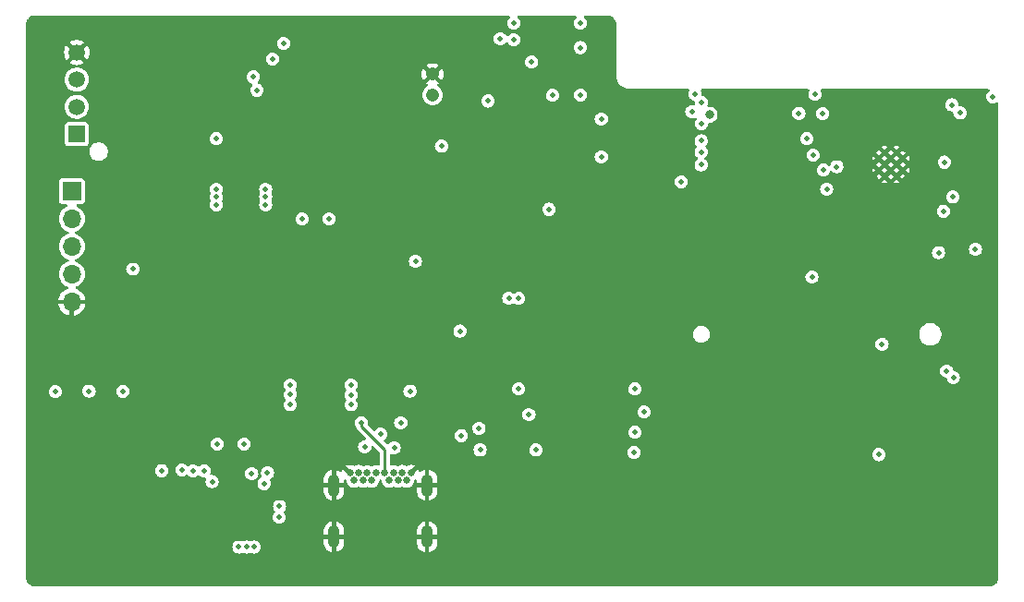
<source format=gbr>
%TF.GenerationSoftware,KiCad,Pcbnew,8.0.7*%
%TF.CreationDate,2024-12-27T11:50:54+11:00*%
%TF.ProjectId,ESP32 sensor board,45535033-3220-4736-956e-736f7220626f,rev?*%
%TF.SameCoordinates,Original*%
%TF.FileFunction,Copper,L2,Inr*%
%TF.FilePolarity,Positive*%
%FSLAX46Y46*%
G04 Gerber Fmt 4.6, Leading zero omitted, Abs format (unit mm)*
G04 Created by KiCad (PCBNEW 8.0.7) date 2024-12-27 11:50:54*
%MOMM*%
%LPD*%
G01*
G04 APERTURE LIST*
%TA.AperFunction,ComponentPad*%
%ADD10C,0.650000*%
%TD*%
%TA.AperFunction,ComponentPad*%
%ADD11O,1.050000X2.100000*%
%TD*%
%TA.AperFunction,ComponentPad*%
%ADD12C,0.400000*%
%TD*%
%TA.AperFunction,ComponentPad*%
%ADD13R,1.508000X1.508000*%
%TD*%
%TA.AperFunction,ComponentPad*%
%ADD14C,1.508000*%
%TD*%
%TA.AperFunction,ComponentPad*%
%ADD15C,1.208000*%
%TD*%
%TA.AperFunction,ComponentPad*%
%ADD16R,1.700000X1.700000*%
%TD*%
%TA.AperFunction,ComponentPad*%
%ADD17O,1.700000X1.700000*%
%TD*%
%TA.AperFunction,ViaPad*%
%ADD18C,0.500000*%
%TD*%
%TA.AperFunction,ViaPad*%
%ADD19C,0.800000*%
%TD*%
%TA.AperFunction,Conductor*%
%ADD20C,0.254000*%
%TD*%
G04 APERTURE END LIST*
D10*
%TO.N,GND*%
%TO.C,J1*%
X145990800Y-114382500D03*
%TO.N,unconnected-(J1-SSTXP2-PadB2)*%
X145590800Y-115092500D03*
%TO.N,unconnected-(J1-SSTXN2-PadB3)*%
X144790800Y-115092500D03*
%TO.N,/VBUS*%
X144390800Y-114382500D03*
%TO.N,Net-(J1-CC2)*%
X143990800Y-115092500D03*
%TO.N,/USB_DP*%
X143590800Y-114382500D03*
%TO.N,/USB_DN*%
X142790800Y-114382500D03*
%TO.N,unconnected-(J1-SBU2-PadB8)*%
X142390800Y-115092500D03*
%TO.N,/VBUS*%
X141990800Y-114382500D03*
%TO.N,unconnected-(J1-SSRXN1-PadB10)*%
X141590800Y-115092500D03*
%TO.N,unconnected-(J1-SSRXP1-PadB11)*%
X140790800Y-115092500D03*
%TO.N,GND*%
X140390800Y-114382500D03*
X145190800Y-114382500D03*
X141190800Y-114382500D03*
D11*
X138920800Y-115532500D03*
X147460800Y-115532500D03*
X138920800Y-120262500D03*
X147460800Y-120262500D03*
%TD*%
D12*
%TO.N,GND*%
%TO.C,U3*%
X189386000Y-85004000D03*
X190486000Y-85004000D03*
X188836000Y-85554000D03*
X189936000Y-85554000D03*
X191036000Y-85554000D03*
X189386000Y-86104000D03*
X190486000Y-86104000D03*
X188836000Y-86654000D03*
X189936000Y-86654000D03*
X191036000Y-86654000D03*
X189386000Y-87204000D03*
X190486000Y-87204000D03*
%TD*%
D13*
%TO.N,3.3V*%
%TO.C,J4*%
X115375000Y-83340000D03*
D14*
%TO.N,/ESP32-C3-02/SDA*%
X115375000Y-80840000D03*
%TO.N,/ESP32-C3-02/SCL*%
X115375000Y-78340000D03*
%TO.N,GND*%
X115375000Y-75840000D03*
%TD*%
D15*
%TO.N,GND*%
%TO.C,MK1*%
X147962500Y-77850000D03*
%TO.N,Net-(C17-Pad2)*%
X147962500Y-79750000D03*
%TD*%
D16*
%TO.N,3.3V*%
%TO.C,J6*%
X114925000Y-88565000D03*
D17*
%TO.N,/ESP32-C3-02/GPIO8*%
X114925000Y-91105000D03*
%TO.N,/ESP32-C3-02/GPIO18*%
X114925000Y-93645000D03*
%TO.N,/ESP32-C3-02/GPIO19*%
X114925000Y-96185000D03*
%TO.N,GND*%
X114925000Y-98725000D03*
%TD*%
D18*
%TO.N,/+5V_USB*%
X134950000Y-107200000D03*
X134950000Y-108150000D03*
X119583300Y-106916700D03*
X134950000Y-106350000D03*
X130225000Y-121200000D03*
X133925000Y-118475000D03*
X116500000Y-106900000D03*
X113400000Y-106950000D03*
X130925000Y-121200000D03*
X131600000Y-121200000D03*
X133950000Y-117475000D03*
%TO.N,GND*%
X176050000Y-83650000D03*
X149350000Y-97350000D03*
X126800000Y-93300000D03*
X159900000Y-93125000D03*
X186700000Y-96650000D03*
X154000000Y-101850000D03*
X129500000Y-108837500D03*
X174326000Y-100300000D03*
X127000000Y-97500000D03*
X125500000Y-95500000D03*
X152200000Y-98150000D03*
D19*
X180250000Y-92925000D03*
D18*
X134062000Y-83150000D03*
X157500000Y-120750000D03*
X166500000Y-122000000D03*
X193450000Y-100100000D03*
X169100000Y-100700000D03*
X146675000Y-113050000D03*
X161000000Y-120500000D03*
X147100000Y-107800000D03*
X139700000Y-113050000D03*
X177950000Y-83000000D03*
D19*
X129150000Y-115325000D03*
D18*
X125500000Y-99500000D03*
X155750000Y-87500000D03*
X122100000Y-122175000D03*
X134575000Y-77262500D03*
X156047000Y-78587500D03*
X127000000Y-108837500D03*
X146450000Y-98150000D03*
X143200000Y-106362500D03*
X154250000Y-117000000D03*
X127000000Y-99500000D03*
X128700000Y-76900000D03*
X122100000Y-123850000D03*
X153375000Y-75750000D03*
X172750000Y-121500000D03*
X121600000Y-102725000D03*
X129025000Y-121850000D03*
X195500000Y-121500000D03*
X144457500Y-118120000D03*
X142150000Y-103025000D03*
X136725000Y-84112500D03*
D19*
X121075000Y-118025000D03*
D18*
X160250000Y-115250000D03*
X125500000Y-101500000D03*
X178450000Y-97650000D03*
X144377500Y-120090000D03*
X125500000Y-97500000D03*
X127000000Y-101500000D03*
X122100000Y-122975000D03*
X143450000Y-97650000D03*
X124475000Y-108837500D03*
%TO.N,3.3V*%
X158950000Y-79775000D03*
D19*
X173325000Y-81575000D03*
D18*
X134325000Y-75012500D03*
X120500000Y-95712500D03*
X154175000Y-74600000D03*
X182725000Y-96450000D03*
X128175000Y-89825000D03*
X153050000Y-80300000D03*
X157050000Y-76725000D03*
X150475000Y-101400000D03*
X170750000Y-87695000D03*
X161525000Y-79750000D03*
X150600000Y-110975000D03*
X146400000Y-95000000D03*
X132675000Y-89825000D03*
X148775000Y-84450000D03*
X128175000Y-88400000D03*
X128175000Y-89100000D03*
X128150000Y-83750000D03*
X158625000Y-90225000D03*
X132675000Y-88400000D03*
X136000000Y-91125000D03*
X194325000Y-94200000D03*
X132675000Y-89100000D03*
X138500000Y-91100000D03*
X131550000Y-78100000D03*
%TO.N,/ESP32-C3-02/MIC_OUT*%
X182250000Y-83750000D03*
X171725000Y-81275000D03*
%TO.N,/ESP32-C3-02/EN*%
X167329600Y-108812500D03*
X185000000Y-86325000D03*
X181525000Y-81425000D03*
X183700000Y-81450000D03*
%TO.N,Net-(U1-PROG1)*%
X128250000Y-111750000D03*
X127050000Y-114200000D03*
%TO.N,/USB_DN*%
X145050000Y-109800000D03*
%TO.N,Net-(U1-PROG3)*%
X130700000Y-111750000D03*
X127775000Y-115200000D03*
%TO.N,/CHARGING_POWER_GOOD*%
X125000000Y-114125000D03*
X132525000Y-115375000D03*
%TO.N,/CHARGED*%
X126025000Y-114225000D03*
X131400000Y-114475000D03*
%TO.N,/USB_DP*%
X141450000Y-109800000D03*
%TO.N,Net-(Q2-B)*%
X152325000Y-112300000D03*
X157425000Y-112300000D03*
%TO.N,/ESP32-C3-02/RTS*%
X155850000Y-98400000D03*
X166500000Y-106700000D03*
X166500000Y-110687500D03*
X155850000Y-106700000D03*
%TO.N,/ESP32-C3-02/BOOT*%
X189145000Y-102605000D03*
X188850000Y-112725000D03*
%TO.N,/ESP32-C3-02/DTS*%
X154950000Y-98400000D03*
X156800000Y-109050000D03*
%TO.N,Net-(Q3-B)*%
X152225000Y-110325000D03*
X166425000Y-112525000D03*
%TO.N,/ESP32-C3-02/CS*%
X172575000Y-86150000D03*
X184075000Y-88375000D03*
%TO.N,/ESP32-C3-02/CS_SD*%
X199297500Y-79904000D03*
X197700000Y-93900000D03*
%TO.N,/ESP32-C3-02/SCL*%
X172600000Y-80425000D03*
X195525000Y-80650000D03*
%TO.N,/ESP32-C3-02/SDA*%
X161500000Y-75400000D03*
X161500000Y-73150000D03*
X183000000Y-79675000D03*
X155400000Y-74675000D03*
X155400000Y-73150000D03*
X172025000Y-79675000D03*
%TO.N,/ESP32-C3-02/PHOTO_C*%
X196275000Y-81400000D03*
X163425000Y-85425000D03*
X172600000Y-82375000D03*
X163425000Y-81950000D03*
%TO.N,/ESP32-C3-02/GPIO19*%
X194860000Y-85910000D03*
%TO.N,/ESP32-C3-02/GPIO8*%
X182825000Y-85250000D03*
X172575000Y-83950000D03*
%TO.N,/ESP32-C3-02/GPIO18*%
X183775000Y-86625000D03*
X172575000Y-84975000D03*
%TO.N,/ESP32-C3-02/TX_RX*%
X195070000Y-105050000D03*
X194775000Y-90400000D03*
%TO.N,/ESP32-C3-02/RX_TX*%
X195650000Y-89100000D03*
X195680000Y-105650000D03*
%TO.N,Net-(U8-IN+)*%
X131875000Y-79302500D03*
X133293300Y-76450000D03*
%TO.N,/VBUS*%
X143200000Y-110850000D03*
X140500000Y-108150000D03*
X144450000Y-112100000D03*
X141750000Y-112000000D03*
X140500000Y-107250000D03*
X145900000Y-106900000D03*
X140500000Y-106350000D03*
%TO.N,/CHARGING*%
X132850000Y-114400000D03*
X123150000Y-114192500D03*
%TD*%
D20*
%TO.N,/USB_DP*%
X143590800Y-112270800D02*
X141450000Y-110130000D01*
X141450000Y-110130000D02*
X141450000Y-109800000D01*
X143590800Y-114382500D02*
X143590800Y-112270800D01*
%TD*%
%TA.AperFunction,Conductor*%
%TO.N,GND*%
G36*
X155026923Y-72470185D02*
G01*
X155072678Y-72522989D01*
X155082622Y-72592147D01*
X155053597Y-72655703D01*
X155035374Y-72672873D01*
X154971718Y-72721718D01*
X154875463Y-72847160D01*
X154814956Y-72993237D01*
X154814955Y-72993239D01*
X154794318Y-73149998D01*
X154794318Y-73150001D01*
X154814955Y-73306760D01*
X154814956Y-73306762D01*
X154875464Y-73452841D01*
X154971718Y-73578282D01*
X155097159Y-73674536D01*
X155243238Y-73735044D01*
X155321619Y-73745363D01*
X155399999Y-73755682D01*
X155400000Y-73755682D01*
X155400001Y-73755682D01*
X155452254Y-73748802D01*
X155556762Y-73735044D01*
X155702841Y-73674536D01*
X155828282Y-73578282D01*
X155924536Y-73452841D01*
X155985044Y-73306762D01*
X155998802Y-73202254D01*
X156005682Y-73150001D01*
X156005682Y-73149998D01*
X155985044Y-72993239D01*
X155985044Y-72993238D01*
X155924536Y-72847159D01*
X155828282Y-72721718D01*
X155764628Y-72672874D01*
X155723427Y-72616448D01*
X155719272Y-72546702D01*
X155753485Y-72485781D01*
X155815202Y-72453029D01*
X155840116Y-72450500D01*
X161059884Y-72450500D01*
X161126923Y-72470185D01*
X161172678Y-72522989D01*
X161182622Y-72592147D01*
X161153597Y-72655703D01*
X161135374Y-72672873D01*
X161071718Y-72721718D01*
X160975463Y-72847160D01*
X160914956Y-72993237D01*
X160914955Y-72993239D01*
X160894318Y-73149998D01*
X160894318Y-73150001D01*
X160914955Y-73306760D01*
X160914956Y-73306762D01*
X160975464Y-73452841D01*
X161071718Y-73578282D01*
X161197159Y-73674536D01*
X161343238Y-73735044D01*
X161421619Y-73745363D01*
X161499999Y-73755682D01*
X161500000Y-73755682D01*
X161500001Y-73755682D01*
X161552254Y-73748802D01*
X161656762Y-73735044D01*
X161802841Y-73674536D01*
X161928282Y-73578282D01*
X162024536Y-73452841D01*
X162085044Y-73306762D01*
X162098802Y-73202254D01*
X162105682Y-73150001D01*
X162105682Y-73149998D01*
X162085044Y-72993239D01*
X162085044Y-72993238D01*
X162024536Y-72847159D01*
X161928282Y-72721718D01*
X161864628Y-72672874D01*
X161823427Y-72616448D01*
X161819272Y-72546702D01*
X161853485Y-72485781D01*
X161915202Y-72453029D01*
X161940116Y-72450500D01*
X163953012Y-72450500D01*
X163986803Y-72450500D01*
X163998955Y-72451097D01*
X164016526Y-72452827D01*
X164136718Y-72464664D01*
X164160549Y-72469403D01*
X164287170Y-72507813D01*
X164309614Y-72517109D01*
X164426312Y-72579485D01*
X164446512Y-72592982D01*
X164475105Y-72616448D01*
X164548789Y-72676918D01*
X164565978Y-72694107D01*
X164649911Y-72796380D01*
X164663416Y-72816592D01*
X164725781Y-72933268D01*
X164735083Y-72955725D01*
X164773492Y-73082339D01*
X164778235Y-73106181D01*
X164791796Y-73243869D01*
X164792393Y-73256023D01*
X164792393Y-73301473D01*
X164792470Y-73302255D01*
X164799491Y-77979382D01*
X164799491Y-77979660D01*
X164799416Y-78079762D01*
X164799417Y-78079772D01*
X164828787Y-78267006D01*
X164828791Y-78267021D01*
X164886818Y-78447433D01*
X164886821Y-78447441D01*
X164926819Y-78526815D01*
X164972112Y-78616698D01*
X165001809Y-78658088D01*
X165082601Y-78770692D01*
X165082603Y-78770694D01*
X165215622Y-78905707D01*
X165367957Y-79018476D01*
X165535927Y-79106276D01*
X165715474Y-79166986D01*
X165902260Y-79199139D01*
X165945852Y-79199754D01*
X165952903Y-79200500D01*
X165960118Y-79200500D01*
X165997594Y-79200500D01*
X165999437Y-79200513D01*
X166000575Y-79200530D01*
X166043868Y-79201175D01*
X166051288Y-79200500D01*
X171385988Y-79200500D01*
X171453027Y-79220185D01*
X171498782Y-79272989D01*
X171508726Y-79342147D01*
X171500549Y-79371952D01*
X171439957Y-79518234D01*
X171439955Y-79518239D01*
X171419318Y-79674998D01*
X171419318Y-79675001D01*
X171439955Y-79831760D01*
X171439956Y-79831762D01*
X171483595Y-79937117D01*
X171500464Y-79977841D01*
X171596718Y-80103282D01*
X171722159Y-80199536D01*
X171868238Y-80260044D01*
X171890579Y-80262985D01*
X171954471Y-80291248D01*
X171992944Y-80349572D01*
X171997331Y-80402106D01*
X171994318Y-80424995D01*
X171994318Y-80425002D01*
X172010707Y-80549492D01*
X171999941Y-80618527D01*
X171953561Y-80670783D01*
X171886292Y-80689668D01*
X171871584Y-80688616D01*
X171814608Y-80681115D01*
X171725001Y-80669318D01*
X171724999Y-80669318D01*
X171568239Y-80689955D01*
X171568237Y-80689956D01*
X171422160Y-80750463D01*
X171296718Y-80846718D01*
X171200463Y-80972160D01*
X171139956Y-81118237D01*
X171139955Y-81118239D01*
X171119318Y-81274998D01*
X171119318Y-81275001D01*
X171139955Y-81431760D01*
X171139956Y-81431762D01*
X171200464Y-81577841D01*
X171296718Y-81703282D01*
X171422159Y-81799536D01*
X171568238Y-81860044D01*
X171646619Y-81870363D01*
X171724999Y-81880682D01*
X171725000Y-81880682D01*
X171725001Y-81880682D01*
X171764190Y-81875522D01*
X171881762Y-81860044D01*
X171976767Y-81820691D01*
X172046232Y-81813223D01*
X172108711Y-81844497D01*
X172144364Y-81904586D01*
X172141871Y-81974411D01*
X172122592Y-82010739D01*
X172075464Y-82072157D01*
X172014956Y-82218237D01*
X172014955Y-82218239D01*
X171994318Y-82374998D01*
X171994318Y-82375001D01*
X172014955Y-82531760D01*
X172014956Y-82531761D01*
X172014956Y-82531762D01*
X172075464Y-82677841D01*
X172171718Y-82803282D01*
X172297159Y-82899536D01*
X172443238Y-82960044D01*
X172521619Y-82970363D01*
X172599999Y-82980682D01*
X172600000Y-82980682D01*
X172600001Y-82980682D01*
X172652254Y-82973802D01*
X172756762Y-82960044D01*
X172902841Y-82899536D01*
X173028282Y-82803282D01*
X173124536Y-82677841D01*
X173185044Y-82531762D01*
X173197380Y-82438063D01*
X173225647Y-82374167D01*
X173283971Y-82335696D01*
X173320319Y-82330249D01*
X173325003Y-82330249D01*
X173493056Y-82311314D01*
X173534529Y-82296802D01*
X173652690Y-82255456D01*
X173652692Y-82255454D01*
X173652694Y-82255454D01*
X173652697Y-82255452D01*
X173795884Y-82165481D01*
X173795885Y-82165480D01*
X173795890Y-82165477D01*
X173915477Y-82045890D01*
X173938001Y-82010044D01*
X174005452Y-81902697D01*
X174005454Y-81902694D01*
X174005454Y-81902692D01*
X174005456Y-81902690D01*
X174061313Y-81743059D01*
X174061313Y-81743058D01*
X174061314Y-81743056D01*
X174080249Y-81575002D01*
X174080249Y-81574997D01*
X174063348Y-81424998D01*
X180919318Y-81424998D01*
X180919318Y-81425001D01*
X180939955Y-81581760D01*
X180939956Y-81581762D01*
X180996506Y-81718287D01*
X181000464Y-81727841D01*
X181096718Y-81853282D01*
X181222159Y-81949536D01*
X181368238Y-82010044D01*
X181446619Y-82020363D01*
X181524999Y-82030682D01*
X181525000Y-82030682D01*
X181525001Y-82030682D01*
X181577254Y-82023802D01*
X181681762Y-82010044D01*
X181827841Y-81949536D01*
X181953282Y-81853282D01*
X182049536Y-81727841D01*
X182110044Y-81581762D01*
X182127391Y-81449998D01*
X183094318Y-81449998D01*
X183094318Y-81450001D01*
X183114955Y-81606760D01*
X183114956Y-81606762D01*
X183154935Y-81703281D01*
X183175464Y-81752841D01*
X183271718Y-81878282D01*
X183397159Y-81974536D01*
X183543238Y-82035044D01*
X183621619Y-82045363D01*
X183699999Y-82055682D01*
X183700000Y-82055682D01*
X183700001Y-82055682D01*
X183774378Y-82045890D01*
X183856762Y-82035044D01*
X184002841Y-81974536D01*
X184128282Y-81878282D01*
X184224536Y-81752841D01*
X184285044Y-81606762D01*
X184305682Y-81450000D01*
X184302390Y-81424998D01*
X184291769Y-81344318D01*
X184285044Y-81293238D01*
X184224536Y-81147159D01*
X184128282Y-81021718D01*
X184002841Y-80925464D01*
X183942483Y-80900463D01*
X183856762Y-80864956D01*
X183856760Y-80864955D01*
X183700001Y-80844318D01*
X183699999Y-80844318D01*
X183543239Y-80864955D01*
X183543237Y-80864956D01*
X183397160Y-80925463D01*
X183271718Y-81021718D01*
X183175463Y-81147160D01*
X183114956Y-81293237D01*
X183114955Y-81293239D01*
X183094318Y-81449998D01*
X182127391Y-81449998D01*
X182130682Y-81425000D01*
X182127390Y-81399998D01*
X182110044Y-81268239D01*
X182110044Y-81268238D01*
X182049536Y-81122159D01*
X181953282Y-80996718D01*
X181827841Y-80900464D01*
X181813551Y-80894545D01*
X181681762Y-80839956D01*
X181681760Y-80839955D01*
X181525001Y-80819318D01*
X181524999Y-80819318D01*
X181368239Y-80839955D01*
X181368237Y-80839956D01*
X181222160Y-80900463D01*
X181096718Y-80996718D01*
X181000463Y-81122160D01*
X180939956Y-81268237D01*
X180939955Y-81268239D01*
X180919318Y-81424998D01*
X174063348Y-81424998D01*
X174061314Y-81406943D01*
X174012779Y-81268238D01*
X174005456Y-81247310D01*
X174005455Y-81247309D01*
X174005454Y-81247305D01*
X174005452Y-81247302D01*
X173915481Y-81104115D01*
X173915476Y-81104109D01*
X173795890Y-80984523D01*
X173795884Y-80984518D01*
X173652697Y-80894547D01*
X173652694Y-80894545D01*
X173493056Y-80838685D01*
X173325003Y-80819751D01*
X173325001Y-80819751D01*
X173325000Y-80819751D01*
X173302494Y-80822286D01*
X173283675Y-80824407D01*
X173214853Y-80812351D01*
X173163474Y-80765001D01*
X173145851Y-80697390D01*
X173155231Y-80653735D01*
X173156779Y-80649998D01*
X194919318Y-80649998D01*
X194919318Y-80650001D01*
X194939955Y-80806760D01*
X194939956Y-80806762D01*
X194976316Y-80894544D01*
X195000464Y-80952841D01*
X195096718Y-81078282D01*
X195222159Y-81174536D01*
X195368238Y-81235044D01*
X195525000Y-81255682D01*
X195530975Y-81254895D01*
X195600010Y-81265657D01*
X195652268Y-81312034D01*
X195671157Y-81379302D01*
X195670106Y-81394015D01*
X195669318Y-81400001D01*
X195689955Y-81556760D01*
X195689956Y-81556762D01*
X195739174Y-81675586D01*
X195750464Y-81702841D01*
X195846718Y-81828282D01*
X195972159Y-81924536D01*
X196118238Y-81985044D01*
X196196619Y-81995363D01*
X196274999Y-82005682D01*
X196275000Y-82005682D01*
X196275001Y-82005682D01*
X196327254Y-81998802D01*
X196431762Y-81985044D01*
X196577841Y-81924536D01*
X196703282Y-81828282D01*
X196799536Y-81702841D01*
X196860044Y-81556762D01*
X196874100Y-81449998D01*
X196880682Y-81400001D01*
X196880682Y-81399998D01*
X196864226Y-81275001D01*
X196860044Y-81243238D01*
X196799536Y-81097159D01*
X196703282Y-80971718D01*
X196577841Y-80875464D01*
X196552472Y-80864956D01*
X196431762Y-80814956D01*
X196431760Y-80814955D01*
X196275001Y-80794318D01*
X196275000Y-80794318D01*
X196269015Y-80795106D01*
X196199980Y-80784338D01*
X196147725Y-80737956D01*
X196128842Y-80670687D01*
X196129894Y-80655982D01*
X196130682Y-80650000D01*
X196128862Y-80636179D01*
X196110044Y-80493239D01*
X196110044Y-80493238D01*
X196049536Y-80347159D01*
X195953282Y-80221718D01*
X195827841Y-80125464D01*
X195819864Y-80122160D01*
X195681762Y-80064956D01*
X195681760Y-80064955D01*
X195525001Y-80044318D01*
X195524999Y-80044318D01*
X195368239Y-80064955D01*
X195368237Y-80064956D01*
X195222160Y-80125463D01*
X195096718Y-80221718D01*
X195000463Y-80347160D01*
X194939956Y-80493237D01*
X194939955Y-80493239D01*
X194919318Y-80649998D01*
X173156779Y-80649998D01*
X173185044Y-80581762D01*
X173200226Y-80466443D01*
X173205682Y-80425001D01*
X173205682Y-80424998D01*
X173189226Y-80300001D01*
X173185044Y-80268238D01*
X173124536Y-80122159D01*
X173028282Y-79996718D01*
X172902841Y-79900464D01*
X172871649Y-79887544D01*
X172833442Y-79871718D01*
X172756762Y-79839956D01*
X172749164Y-79838955D01*
X172734418Y-79837014D01*
X172670522Y-79808745D01*
X172632053Y-79750420D01*
X172627668Y-79697890D01*
X172630682Y-79675000D01*
X172610044Y-79518238D01*
X172585615Y-79459262D01*
X172549451Y-79371952D01*
X172541982Y-79302483D01*
X172573257Y-79240004D01*
X172633346Y-79204352D01*
X172664012Y-79200500D01*
X182360988Y-79200500D01*
X182428027Y-79220185D01*
X182473782Y-79272989D01*
X182483726Y-79342147D01*
X182475549Y-79371952D01*
X182414957Y-79518234D01*
X182414955Y-79518239D01*
X182394318Y-79674998D01*
X182394318Y-79675001D01*
X182414955Y-79831760D01*
X182414956Y-79831762D01*
X182458595Y-79937117D01*
X182475464Y-79977841D01*
X182571718Y-80103282D01*
X182697159Y-80199536D01*
X182843238Y-80260044D01*
X182905478Y-80268238D01*
X182999999Y-80280682D01*
X183000000Y-80280682D01*
X183000001Y-80280682D01*
X183094514Y-80268239D01*
X183156762Y-80260044D01*
X183302841Y-80199536D01*
X183428282Y-80103282D01*
X183524536Y-79977841D01*
X183585044Y-79831762D01*
X183605682Y-79675000D01*
X183585044Y-79518238D01*
X183560615Y-79459262D01*
X183524451Y-79371952D01*
X183516982Y-79302483D01*
X183548257Y-79240004D01*
X183608346Y-79204352D01*
X183639012Y-79200500D01*
X198862597Y-79200500D01*
X198929636Y-79220185D01*
X198975391Y-79272989D01*
X198985335Y-79342147D01*
X198956310Y-79405703D01*
X198938087Y-79422872D01*
X198906437Y-79447159D01*
X198869218Y-79475718D01*
X198772963Y-79601160D01*
X198712456Y-79747237D01*
X198712455Y-79747239D01*
X198691818Y-79903998D01*
X198691818Y-79904001D01*
X198712455Y-80060760D01*
X198712456Y-80060762D01*
X198737887Y-80122159D01*
X198772964Y-80206841D01*
X198869218Y-80332282D01*
X198994659Y-80428536D01*
X199140738Y-80489044D01*
X199219119Y-80499363D01*
X199297499Y-80509682D01*
X199297500Y-80509682D01*
X199297501Y-80509682D01*
X199349754Y-80502802D01*
X199454262Y-80489044D01*
X199600341Y-80428536D01*
X199600345Y-80428532D01*
X199607381Y-80424472D01*
X199608073Y-80425672D01*
X199665180Y-80403593D01*
X199733625Y-80417630D01*
X199783616Y-80466443D01*
X199799500Y-80527163D01*
X199799500Y-123993907D01*
X199798903Y-124006061D01*
X199785335Y-124143819D01*
X199780593Y-124167661D01*
X199742186Y-124294271D01*
X199732883Y-124316728D01*
X199670517Y-124433406D01*
X199657012Y-124453618D01*
X199573079Y-124555891D01*
X199555891Y-124573079D01*
X199453618Y-124657012D01*
X199433406Y-124670517D01*
X199316728Y-124732883D01*
X199294271Y-124742186D01*
X199167661Y-124780593D01*
X199143819Y-124785335D01*
X199006062Y-124798903D01*
X198993908Y-124799500D01*
X111506092Y-124799500D01*
X111493938Y-124798903D01*
X111356180Y-124785335D01*
X111332340Y-124780593D01*
X111205728Y-124742186D01*
X111183271Y-124732883D01*
X111066593Y-124670517D01*
X111046381Y-124657012D01*
X110944108Y-124573079D01*
X110926920Y-124555891D01*
X110842986Y-124453616D01*
X110829482Y-124433406D01*
X110767116Y-124316728D01*
X110757815Y-124294277D01*
X110719404Y-124167652D01*
X110714665Y-124143824D01*
X110701097Y-124006060D01*
X110700500Y-123993907D01*
X110700500Y-121199998D01*
X129619318Y-121199998D01*
X129619318Y-121200001D01*
X129639955Y-121356760D01*
X129639956Y-121356762D01*
X129700464Y-121502841D01*
X129796718Y-121628282D01*
X129922159Y-121724536D01*
X130068238Y-121785044D01*
X130146619Y-121795363D01*
X130224999Y-121805682D01*
X130225000Y-121805682D01*
X130225001Y-121805682D01*
X130277254Y-121798802D01*
X130381762Y-121785044D01*
X130461048Y-121752202D01*
X130527548Y-121724658D01*
X130597017Y-121717189D01*
X130622452Y-121724658D01*
X130717104Y-121763863D01*
X130768238Y-121785044D01*
X130846619Y-121795363D01*
X130924999Y-121805682D01*
X130925000Y-121805682D01*
X130925001Y-121805682D01*
X130977254Y-121798802D01*
X131081762Y-121785044D01*
X131215048Y-121729834D01*
X131284516Y-121722366D01*
X131309949Y-121729833D01*
X131443238Y-121785044D01*
X131521619Y-121795363D01*
X131599999Y-121805682D01*
X131600000Y-121805682D01*
X131600001Y-121805682D01*
X131652254Y-121798802D01*
X131756762Y-121785044D01*
X131902841Y-121724536D01*
X132028282Y-121628282D01*
X132124536Y-121502841D01*
X132185044Y-121356762D01*
X132205682Y-121200000D01*
X132185044Y-121043238D01*
X132124536Y-120897159D01*
X132028282Y-120771718D01*
X131902841Y-120675464D01*
X131902546Y-120675342D01*
X131756762Y-120614956D01*
X131756760Y-120614955D01*
X131600001Y-120594318D01*
X131599999Y-120594318D01*
X131443239Y-120614955D01*
X131443234Y-120614957D01*
X131309952Y-120670164D01*
X131240483Y-120677633D01*
X131215048Y-120670164D01*
X131081765Y-120614957D01*
X131081760Y-120614955D01*
X130925001Y-120594318D01*
X130924999Y-120594318D01*
X130768239Y-120614955D01*
X130768234Y-120614957D01*
X130622452Y-120675342D01*
X130552983Y-120682811D01*
X130527548Y-120675342D01*
X130381765Y-120614957D01*
X130381760Y-120614955D01*
X130225001Y-120594318D01*
X130224999Y-120594318D01*
X130068239Y-120614955D01*
X130068237Y-120614956D01*
X129922160Y-120675463D01*
X129796718Y-120771718D01*
X129700463Y-120897160D01*
X129639956Y-121043237D01*
X129639955Y-121043239D01*
X129619318Y-121199998D01*
X110700500Y-121199998D01*
X110700500Y-119646390D01*
X137995800Y-119646390D01*
X137995800Y-120062500D01*
X138595800Y-120062500D01*
X138595800Y-120462500D01*
X137995800Y-120462500D01*
X137995800Y-120878609D01*
X138031345Y-121057305D01*
X138031348Y-121057317D01*
X138101071Y-121225645D01*
X138101078Y-121225658D01*
X138202304Y-121377152D01*
X138202307Y-121377156D01*
X138331143Y-121505992D01*
X138331147Y-121505995D01*
X138482641Y-121607221D01*
X138482654Y-121607228D01*
X138650983Y-121676951D01*
X138650995Y-121676954D01*
X138720799Y-121690839D01*
X138720800Y-121690839D01*
X138720800Y-120822118D01*
X138721246Y-120822564D01*
X138795355Y-120865351D01*
X138878013Y-120887500D01*
X138963587Y-120887500D01*
X139046245Y-120865351D01*
X139120354Y-120822564D01*
X139120800Y-120822118D01*
X139120800Y-121690839D01*
X139190604Y-121676954D01*
X139190616Y-121676951D01*
X139358945Y-121607228D01*
X139358958Y-121607221D01*
X139510452Y-121505995D01*
X139510456Y-121505992D01*
X139639292Y-121377156D01*
X139639295Y-121377152D01*
X139740521Y-121225658D01*
X139740528Y-121225645D01*
X139810251Y-121057317D01*
X139810254Y-121057305D01*
X139845799Y-120878609D01*
X139845800Y-120878606D01*
X139845800Y-120462500D01*
X139245800Y-120462500D01*
X139245800Y-120062500D01*
X139845800Y-120062500D01*
X139845800Y-119646394D01*
X139845799Y-119646390D01*
X146535800Y-119646390D01*
X146535800Y-120062500D01*
X147135800Y-120062500D01*
X147135800Y-120462500D01*
X146535800Y-120462500D01*
X146535800Y-120878609D01*
X146571345Y-121057305D01*
X146571348Y-121057317D01*
X146641071Y-121225645D01*
X146641078Y-121225658D01*
X146742304Y-121377152D01*
X146742307Y-121377156D01*
X146871143Y-121505992D01*
X146871147Y-121505995D01*
X147022641Y-121607221D01*
X147022654Y-121607228D01*
X147190983Y-121676951D01*
X147190995Y-121676954D01*
X147260799Y-121690839D01*
X147260800Y-121690839D01*
X147260800Y-120822118D01*
X147261246Y-120822564D01*
X147335355Y-120865351D01*
X147418013Y-120887500D01*
X147503587Y-120887500D01*
X147586245Y-120865351D01*
X147660354Y-120822564D01*
X147660800Y-120822118D01*
X147660800Y-121690839D01*
X147730604Y-121676954D01*
X147730616Y-121676951D01*
X147898945Y-121607228D01*
X147898958Y-121607221D01*
X148050452Y-121505995D01*
X148050456Y-121505992D01*
X148179292Y-121377156D01*
X148179295Y-121377152D01*
X148280521Y-121225658D01*
X148280528Y-121225645D01*
X148350251Y-121057317D01*
X148350254Y-121057305D01*
X148385799Y-120878609D01*
X148385800Y-120878606D01*
X148385800Y-120462500D01*
X147785800Y-120462500D01*
X147785800Y-120062500D01*
X148385800Y-120062500D01*
X148385800Y-119646394D01*
X148385799Y-119646390D01*
X148350254Y-119467694D01*
X148350251Y-119467682D01*
X148280528Y-119299354D01*
X148280521Y-119299341D01*
X148179295Y-119147847D01*
X148179292Y-119147843D01*
X148050456Y-119019007D01*
X148050452Y-119019004D01*
X147898958Y-118917778D01*
X147898945Y-118917771D01*
X147730617Y-118848048D01*
X147730607Y-118848045D01*
X147660800Y-118834159D01*
X147660800Y-119702882D01*
X147660354Y-119702436D01*
X147586245Y-119659649D01*
X147503587Y-119637500D01*
X147418013Y-119637500D01*
X147335355Y-119659649D01*
X147261246Y-119702436D01*
X147260800Y-119702882D01*
X147260800Y-118834160D01*
X147260799Y-118834159D01*
X147190992Y-118848045D01*
X147190982Y-118848048D01*
X147022654Y-118917771D01*
X147022641Y-118917778D01*
X146871147Y-119019004D01*
X146871143Y-119019007D01*
X146742307Y-119147843D01*
X146742304Y-119147847D01*
X146641078Y-119299341D01*
X146641071Y-119299354D01*
X146571348Y-119467682D01*
X146571345Y-119467694D01*
X146535800Y-119646390D01*
X139845799Y-119646390D01*
X139810254Y-119467694D01*
X139810251Y-119467682D01*
X139740528Y-119299354D01*
X139740521Y-119299341D01*
X139639295Y-119147847D01*
X139639292Y-119147843D01*
X139510456Y-119019007D01*
X139510452Y-119019004D01*
X139358958Y-118917778D01*
X139358945Y-118917771D01*
X139190617Y-118848048D01*
X139190607Y-118848045D01*
X139120800Y-118834159D01*
X139120800Y-119702882D01*
X139120354Y-119702436D01*
X139046245Y-119659649D01*
X138963587Y-119637500D01*
X138878013Y-119637500D01*
X138795355Y-119659649D01*
X138721246Y-119702436D01*
X138720800Y-119702882D01*
X138720800Y-118834160D01*
X138720799Y-118834159D01*
X138650992Y-118848045D01*
X138650982Y-118848048D01*
X138482654Y-118917771D01*
X138482641Y-118917778D01*
X138331147Y-119019004D01*
X138331143Y-119019007D01*
X138202307Y-119147843D01*
X138202304Y-119147847D01*
X138101078Y-119299341D01*
X138101071Y-119299354D01*
X138031348Y-119467682D01*
X138031345Y-119467694D01*
X137995800Y-119646390D01*
X110700500Y-119646390D01*
X110700500Y-118474998D01*
X133319318Y-118474998D01*
X133319318Y-118475001D01*
X133339955Y-118631760D01*
X133339956Y-118631762D01*
X133400464Y-118777841D01*
X133496718Y-118903282D01*
X133622159Y-118999536D01*
X133768238Y-119060044D01*
X133846619Y-119070363D01*
X133924999Y-119080682D01*
X133925000Y-119080682D01*
X133925001Y-119080682D01*
X133977254Y-119073802D01*
X134081762Y-119060044D01*
X134227841Y-118999536D01*
X134353282Y-118903282D01*
X134449536Y-118777841D01*
X134510044Y-118631762D01*
X134530682Y-118475000D01*
X134510044Y-118318238D01*
X134449536Y-118172159D01*
X134368058Y-118065974D01*
X134342865Y-118000807D01*
X134356903Y-117932363D01*
X134373528Y-117909878D01*
X134373334Y-117909729D01*
X134378279Y-117903284D01*
X134378282Y-117903282D01*
X134474536Y-117777841D01*
X134535044Y-117631762D01*
X134555682Y-117475000D01*
X134535044Y-117318238D01*
X134474536Y-117172159D01*
X134378282Y-117046718D01*
X134252841Y-116950464D01*
X134244367Y-116946954D01*
X134106762Y-116889956D01*
X134106760Y-116889955D01*
X133950001Y-116869318D01*
X133949999Y-116869318D01*
X133793239Y-116889955D01*
X133793237Y-116889956D01*
X133647160Y-116950463D01*
X133521718Y-117046718D01*
X133425463Y-117172160D01*
X133364956Y-117318237D01*
X133364955Y-117318239D01*
X133344318Y-117474998D01*
X133344318Y-117475001D01*
X133364955Y-117631760D01*
X133364956Y-117631762D01*
X133425464Y-117777842D01*
X133506940Y-117884023D01*
X133532134Y-117949192D01*
X133518096Y-118017637D01*
X133501472Y-118040122D01*
X133501666Y-118040271D01*
X133496720Y-118046716D01*
X133496718Y-118046718D01*
X133418728Y-118148356D01*
X133400463Y-118172160D01*
X133339956Y-118318237D01*
X133339955Y-118318239D01*
X133319318Y-118474998D01*
X110700500Y-118474998D01*
X110700500Y-114192498D01*
X122544318Y-114192498D01*
X122544318Y-114192501D01*
X122564955Y-114349260D01*
X122564956Y-114349262D01*
X122617037Y-114474998D01*
X122625464Y-114495341D01*
X122721718Y-114620782D01*
X122847159Y-114717036D01*
X122993238Y-114777544D01*
X123052523Y-114785349D01*
X123149999Y-114798182D01*
X123150000Y-114798182D01*
X123150001Y-114798182D01*
X123234351Y-114787077D01*
X123306762Y-114777544D01*
X123452841Y-114717036D01*
X123578282Y-114620782D01*
X123674536Y-114495341D01*
X123735044Y-114349262D01*
X123752757Y-114214721D01*
X123755682Y-114192501D01*
X123755682Y-114192498D01*
X123746795Y-114124998D01*
X124394318Y-114124998D01*
X124394318Y-114125001D01*
X124414955Y-114281760D01*
X124414956Y-114281762D01*
X124474058Y-114424448D01*
X124475464Y-114427841D01*
X124571718Y-114553282D01*
X124697159Y-114649536D01*
X124843238Y-114710044D01*
X124896348Y-114717036D01*
X124999999Y-114730682D01*
X125000000Y-114730682D01*
X125000001Y-114730682D01*
X125052254Y-114723802D01*
X125156762Y-114710044D01*
X125302841Y-114649536D01*
X125387626Y-114584478D01*
X125452793Y-114559284D01*
X125521238Y-114573322D01*
X125561484Y-114607365D01*
X125596718Y-114653282D01*
X125722159Y-114749536D01*
X125868238Y-114810044D01*
X125946619Y-114820363D01*
X126024999Y-114830682D01*
X126025000Y-114830682D01*
X126025001Y-114830682D01*
X126077254Y-114823802D01*
X126181762Y-114810044D01*
X126327841Y-114749536D01*
X126453282Y-114653282D01*
X126453286Y-114653276D01*
X126453288Y-114653275D01*
X126459034Y-114647531D01*
X126460261Y-114648758D01*
X126508699Y-114613378D01*
X126578444Y-114609211D01*
X126626149Y-114631682D01*
X126747159Y-114724536D01*
X126893238Y-114785044D01*
X127050000Y-114805682D01*
X127089167Y-114800525D01*
X127158199Y-114811290D01*
X127210456Y-114857669D01*
X127229342Y-114924937D01*
X127219912Y-114970916D01*
X127189957Y-115043234D01*
X127189955Y-115043239D01*
X127169318Y-115199998D01*
X127169318Y-115200001D01*
X127189955Y-115356760D01*
X127189956Y-115356762D01*
X127250464Y-115502841D01*
X127346718Y-115628282D01*
X127472159Y-115724536D01*
X127618238Y-115785044D01*
X127696619Y-115795363D01*
X127774999Y-115805682D01*
X127775000Y-115805682D01*
X127775001Y-115805682D01*
X127827254Y-115798802D01*
X127931762Y-115785044D01*
X128077841Y-115724536D01*
X128203282Y-115628282D01*
X128299536Y-115502841D01*
X128352490Y-115374998D01*
X131919318Y-115374998D01*
X131919318Y-115375001D01*
X131939955Y-115531760D01*
X131939956Y-115531762D01*
X131979935Y-115628281D01*
X132000464Y-115677841D01*
X132096718Y-115803282D01*
X132222159Y-115899536D01*
X132368238Y-115960044D01*
X132446619Y-115970363D01*
X132524999Y-115980682D01*
X132525000Y-115980682D01*
X132525001Y-115980682D01*
X132577254Y-115973802D01*
X132681762Y-115960044D01*
X132827841Y-115899536D01*
X132953282Y-115803282D01*
X133049536Y-115677841D01*
X133110044Y-115531762D01*
X133130682Y-115375000D01*
X133110044Y-115218238D01*
X133059923Y-115097237D01*
X133052455Y-115027771D01*
X133083730Y-114965292D01*
X133127033Y-114935226D01*
X133138230Y-114930588D01*
X133152841Y-114924536D01*
X133163457Y-114916390D01*
X137995800Y-114916390D01*
X137995800Y-115332500D01*
X138595800Y-115332500D01*
X138595800Y-115732500D01*
X137995800Y-115732500D01*
X137995800Y-116148609D01*
X138031345Y-116327305D01*
X138031348Y-116327317D01*
X138101071Y-116495645D01*
X138101078Y-116495658D01*
X138202304Y-116647152D01*
X138202307Y-116647156D01*
X138331143Y-116775992D01*
X138331147Y-116775995D01*
X138482641Y-116877221D01*
X138482654Y-116877228D01*
X138650983Y-116946951D01*
X138650995Y-116946954D01*
X138720799Y-116960839D01*
X138720800Y-116960839D01*
X138720800Y-116092118D01*
X138721246Y-116092564D01*
X138795355Y-116135351D01*
X138878013Y-116157500D01*
X138963587Y-116157500D01*
X139046245Y-116135351D01*
X139120354Y-116092564D01*
X139120800Y-116092118D01*
X139120800Y-116960839D01*
X139190604Y-116946954D01*
X139190616Y-116946951D01*
X139358945Y-116877228D01*
X139358958Y-116877221D01*
X139510452Y-116775995D01*
X139510456Y-116775992D01*
X139639292Y-116647156D01*
X139639295Y-116647152D01*
X139740521Y-116495658D01*
X139740528Y-116495645D01*
X139810251Y-116327317D01*
X139810254Y-116327305D01*
X139845799Y-116148609D01*
X139845800Y-116148606D01*
X139845800Y-115732500D01*
X139245800Y-115732500D01*
X139245800Y-115332500D01*
X139845800Y-115332500D01*
X139845800Y-115120655D01*
X139865485Y-115053616D01*
X139918289Y-115007861D01*
X139987447Y-114997917D01*
X140035773Y-115015662D01*
X140056392Y-115028618D01*
X140102683Y-115080953D01*
X140113515Y-115118664D01*
X140130111Y-115255342D01*
X140130112Y-115255345D01*
X140188282Y-115408726D01*
X140281468Y-115543729D01*
X140281470Y-115543731D01*
X140281472Y-115543733D01*
X140404251Y-115652506D01*
X140404252Y-115652506D01*
X140404254Y-115652508D01*
X140549505Y-115728742D01*
X140549507Y-115728742D01*
X140549508Y-115728743D01*
X140708778Y-115768000D01*
X140708779Y-115768000D01*
X140872822Y-115768000D01*
X141016848Y-115732500D01*
X141032095Y-115728742D01*
X141133175Y-115675690D01*
X141201682Y-115661965D01*
X141248424Y-115675690D01*
X141252522Y-115677841D01*
X141349505Y-115728742D01*
X141508778Y-115768000D01*
X141508779Y-115768000D01*
X141672822Y-115768000D01*
X141816848Y-115732500D01*
X141832095Y-115728742D01*
X141933175Y-115675690D01*
X142001682Y-115661965D01*
X142048424Y-115675690D01*
X142052522Y-115677841D01*
X142149505Y-115728742D01*
X142308778Y-115768000D01*
X142308779Y-115768000D01*
X142472822Y-115768000D01*
X142632091Y-115728743D01*
X142632091Y-115728742D01*
X142632095Y-115728742D01*
X142777346Y-115652508D01*
X142900132Y-115543729D01*
X142993318Y-115408726D01*
X143051488Y-115255345D01*
X143067704Y-115121793D01*
X143095326Y-115057616D01*
X143153260Y-115018559D01*
X143223113Y-115017024D01*
X143282706Y-115053498D01*
X143313121Y-115116401D01*
X143313896Y-115121794D01*
X143330111Y-115255342D01*
X143330112Y-115255345D01*
X143388282Y-115408726D01*
X143481468Y-115543729D01*
X143481470Y-115543731D01*
X143481472Y-115543733D01*
X143604251Y-115652506D01*
X143604252Y-115652506D01*
X143604254Y-115652508D01*
X143749505Y-115728742D01*
X143749507Y-115728742D01*
X143749508Y-115728743D01*
X143908778Y-115768000D01*
X143908779Y-115768000D01*
X144072822Y-115768000D01*
X144216848Y-115732500D01*
X144232095Y-115728742D01*
X144333175Y-115675690D01*
X144401682Y-115661965D01*
X144448424Y-115675690D01*
X144452522Y-115677841D01*
X144549505Y-115728742D01*
X144708778Y-115768000D01*
X144708779Y-115768000D01*
X144872822Y-115768000D01*
X145016848Y-115732500D01*
X145032095Y-115728742D01*
X145133175Y-115675690D01*
X145201682Y-115661965D01*
X145248424Y-115675690D01*
X145252522Y-115677841D01*
X145349505Y-115728742D01*
X145508778Y-115768000D01*
X145508779Y-115768000D01*
X145672822Y-115768000D01*
X145832091Y-115728743D01*
X145832091Y-115728742D01*
X145832095Y-115728742D01*
X145977346Y-115652508D01*
X146100132Y-115543729D01*
X146193318Y-115408726D01*
X146251488Y-115255345D01*
X146268084Y-115118661D01*
X146295704Y-115054487D01*
X146325211Y-115028615D01*
X146345832Y-115015659D01*
X146413069Y-114996661D01*
X146479904Y-115017031D01*
X146525116Y-115070301D01*
X146535800Y-115120655D01*
X146535800Y-115332500D01*
X147135800Y-115332500D01*
X147135800Y-115732500D01*
X146535800Y-115732500D01*
X146535800Y-116148609D01*
X146571345Y-116327305D01*
X146571348Y-116327317D01*
X146641071Y-116495645D01*
X146641078Y-116495658D01*
X146742304Y-116647152D01*
X146742307Y-116647156D01*
X146871143Y-116775992D01*
X146871147Y-116775995D01*
X147022641Y-116877221D01*
X147022654Y-116877228D01*
X147190983Y-116946951D01*
X147190995Y-116946954D01*
X147260799Y-116960839D01*
X147260800Y-116960839D01*
X147260800Y-116092118D01*
X147261246Y-116092564D01*
X147335355Y-116135351D01*
X147418013Y-116157500D01*
X147503587Y-116157500D01*
X147586245Y-116135351D01*
X147660354Y-116092564D01*
X147660800Y-116092118D01*
X147660800Y-116960839D01*
X147730604Y-116946954D01*
X147730616Y-116946951D01*
X147898945Y-116877228D01*
X147898958Y-116877221D01*
X148050452Y-116775995D01*
X148050456Y-116775992D01*
X148179292Y-116647156D01*
X148179295Y-116647152D01*
X148280521Y-116495658D01*
X148280528Y-116495645D01*
X148350251Y-116327317D01*
X148350254Y-116327305D01*
X148385799Y-116148609D01*
X148385800Y-116148606D01*
X148385800Y-115732500D01*
X147785800Y-115732500D01*
X147785800Y-115332500D01*
X148385800Y-115332500D01*
X148385800Y-114916394D01*
X148385799Y-114916390D01*
X148350254Y-114737694D01*
X148350251Y-114737682D01*
X148280528Y-114569354D01*
X148280521Y-114569341D01*
X148179295Y-114417847D01*
X148179292Y-114417843D01*
X148050456Y-114289007D01*
X148050452Y-114289004D01*
X147898958Y-114187778D01*
X147898945Y-114187771D01*
X147730617Y-114118048D01*
X147730607Y-114118045D01*
X147660800Y-114104159D01*
X147660800Y-114972882D01*
X147660354Y-114972436D01*
X147586245Y-114929649D01*
X147503587Y-114907500D01*
X147418013Y-114907500D01*
X147335355Y-114929649D01*
X147261246Y-114972436D01*
X147260800Y-114972882D01*
X147260800Y-114104160D01*
X147260799Y-114104159D01*
X147190992Y-114118045D01*
X147190982Y-114118048D01*
X147022654Y-114187771D01*
X147022636Y-114187781D01*
X146886728Y-114278592D01*
X146820051Y-114299470D01*
X146752671Y-114280985D01*
X146705981Y-114229006D01*
X146700796Y-114216444D01*
X146648133Y-114065941D01*
X146648133Y-114065940D01*
X146625777Y-114030363D01*
X146219901Y-114436239D01*
X146209792Y-114441758D01*
X146215800Y-114427255D01*
X146215800Y-114337745D01*
X146181546Y-114255048D01*
X146118252Y-114191754D01*
X146035555Y-114157500D01*
X145946045Y-114157500D01*
X145930205Y-114164060D01*
X145937059Y-114153397D01*
X146342934Y-113747521D01*
X146342935Y-113747521D01*
X146307353Y-113725164D01*
X146153150Y-113671205D01*
X146153139Y-113671203D01*
X145990804Y-113652913D01*
X145990796Y-113652913D01*
X145828460Y-113671203D01*
X145828454Y-113671204D01*
X145674247Y-113725163D01*
X145674242Y-113725165D01*
X145656770Y-113736144D01*
X145589533Y-113755143D01*
X145524830Y-113736144D01*
X145507357Y-113725165D01*
X145507352Y-113725163D01*
X145353145Y-113671204D01*
X145353139Y-113671203D01*
X145190804Y-113652913D01*
X145190796Y-113652913D01*
X145028460Y-113671203D01*
X145028454Y-113671204D01*
X144874247Y-113725163D01*
X144874242Y-113725165D01*
X144806159Y-113767944D01*
X144738922Y-113786943D01*
X144682564Y-113772746D01*
X144632094Y-113746257D01*
X144472822Y-113707000D01*
X144472821Y-113707000D01*
X144308779Y-113707000D01*
X144308778Y-113707000D01*
X144221975Y-113728395D01*
X144152173Y-113725326D01*
X144095111Y-113685006D01*
X144068905Y-113620237D01*
X144068300Y-113607998D01*
X144068300Y-112777450D01*
X144087985Y-112710411D01*
X144140789Y-112664656D01*
X144209947Y-112654712D01*
X144239747Y-112662887D01*
X144293238Y-112685044D01*
X144371619Y-112695363D01*
X144449999Y-112705682D01*
X144450000Y-112705682D01*
X144450001Y-112705682D01*
X144502254Y-112698802D01*
X144606762Y-112685044D01*
X144752841Y-112624536D01*
X144878282Y-112528282D01*
X144974536Y-112402841D01*
X145017135Y-112299998D01*
X151719318Y-112299998D01*
X151719318Y-112300001D01*
X151739955Y-112456760D01*
X151739956Y-112456762D01*
X151786130Y-112568237D01*
X151800464Y-112602841D01*
X151896718Y-112728282D01*
X152022159Y-112824536D01*
X152168238Y-112885044D01*
X152246619Y-112895363D01*
X152324999Y-112905682D01*
X152325000Y-112905682D01*
X152325001Y-112905682D01*
X152377254Y-112898802D01*
X152481762Y-112885044D01*
X152627841Y-112824536D01*
X152753282Y-112728282D01*
X152849536Y-112602841D01*
X152910044Y-112456762D01*
X152930682Y-112300000D01*
X152930682Y-112299998D01*
X156819318Y-112299998D01*
X156819318Y-112300001D01*
X156839955Y-112456760D01*
X156839956Y-112456762D01*
X156886130Y-112568237D01*
X156900464Y-112602841D01*
X156996718Y-112728282D01*
X157122159Y-112824536D01*
X157268238Y-112885044D01*
X157346619Y-112895363D01*
X157424999Y-112905682D01*
X157425000Y-112905682D01*
X157425001Y-112905682D01*
X157477254Y-112898802D01*
X157581762Y-112885044D01*
X157727841Y-112824536D01*
X157853282Y-112728282D01*
X157949536Y-112602841D01*
X157981780Y-112524998D01*
X165819318Y-112524998D01*
X165819318Y-112525001D01*
X165839955Y-112681760D01*
X165839956Y-112681762D01*
X165900464Y-112827841D01*
X165996718Y-112953282D01*
X166122159Y-113049536D01*
X166268238Y-113110044D01*
X166346619Y-113120363D01*
X166424999Y-113130682D01*
X166425000Y-113130682D01*
X166425001Y-113130682D01*
X166477254Y-113123802D01*
X166581762Y-113110044D01*
X166727841Y-113049536D01*
X166853282Y-112953282D01*
X166949536Y-112827841D01*
X166992135Y-112724998D01*
X188244318Y-112724998D01*
X188244318Y-112725001D01*
X188264955Y-112881760D01*
X188264956Y-112881762D01*
X188325464Y-113027841D01*
X188421718Y-113153282D01*
X188547159Y-113249536D01*
X188693238Y-113310044D01*
X188771619Y-113320363D01*
X188849999Y-113330682D01*
X188850000Y-113330682D01*
X188850001Y-113330682D01*
X188902254Y-113323802D01*
X189006762Y-113310044D01*
X189152841Y-113249536D01*
X189278282Y-113153282D01*
X189374536Y-113027841D01*
X189435044Y-112881762D01*
X189455682Y-112725000D01*
X189453761Y-112710411D01*
X189439599Y-112602839D01*
X189435044Y-112568238D01*
X189374536Y-112422159D01*
X189278282Y-112296718D01*
X189152841Y-112200464D01*
X189006762Y-112139956D01*
X189006760Y-112139955D01*
X188850001Y-112119318D01*
X188849999Y-112119318D01*
X188693239Y-112139955D01*
X188693237Y-112139956D01*
X188547160Y-112200463D01*
X188421718Y-112296718D01*
X188325463Y-112422160D01*
X188264956Y-112568237D01*
X188264955Y-112568239D01*
X188244318Y-112724998D01*
X166992135Y-112724998D01*
X167010044Y-112681762D01*
X167030682Y-112525000D01*
X167010044Y-112368238D01*
X166949536Y-112222159D01*
X166853282Y-112096718D01*
X166727841Y-112000464D01*
X166726723Y-112000001D01*
X166581762Y-111939956D01*
X166581760Y-111939955D01*
X166425001Y-111919318D01*
X166424999Y-111919318D01*
X166268239Y-111939955D01*
X166268237Y-111939956D01*
X166122160Y-112000463D01*
X165996718Y-112096718D01*
X165900463Y-112222160D01*
X165839956Y-112368237D01*
X165839955Y-112368239D01*
X165819318Y-112524998D01*
X157981780Y-112524998D01*
X158010044Y-112456762D01*
X158030682Y-112300000D01*
X158024989Y-112256760D01*
X158010044Y-112143239D01*
X158010044Y-112143238D01*
X157949536Y-111997159D01*
X157853282Y-111871718D01*
X157727841Y-111775464D01*
X157720545Y-111772442D01*
X157581762Y-111714956D01*
X157581760Y-111714955D01*
X157425001Y-111694318D01*
X157424999Y-111694318D01*
X157268239Y-111714955D01*
X157268237Y-111714956D01*
X157122160Y-111775463D01*
X156996718Y-111871718D01*
X156900463Y-111997160D01*
X156839956Y-112143237D01*
X156839955Y-112143239D01*
X156819318Y-112299998D01*
X152930682Y-112299998D01*
X152924989Y-112256760D01*
X152910044Y-112143239D01*
X152910044Y-112143238D01*
X152849536Y-111997159D01*
X152753282Y-111871718D01*
X152627841Y-111775464D01*
X152620545Y-111772442D01*
X152481762Y-111714956D01*
X152481760Y-111714955D01*
X152325001Y-111694318D01*
X152324999Y-111694318D01*
X152168239Y-111714955D01*
X152168237Y-111714956D01*
X152022160Y-111775463D01*
X151896718Y-111871718D01*
X151800463Y-111997160D01*
X151739956Y-112143237D01*
X151739955Y-112143239D01*
X151719318Y-112299998D01*
X145017135Y-112299998D01*
X145035044Y-112256762D01*
X145055682Y-112100000D01*
X145049473Y-112052841D01*
X145035044Y-111943239D01*
X145035044Y-111943238D01*
X144974536Y-111797159D01*
X144878282Y-111671718D01*
X144752841Y-111575464D01*
X144743797Y-111571718D01*
X144606762Y-111514956D01*
X144606760Y-111514955D01*
X144450001Y-111494318D01*
X144449999Y-111494318D01*
X144293239Y-111514955D01*
X144293237Y-111514956D01*
X144147160Y-111575463D01*
X144021715Y-111671720D01*
X143953785Y-111760248D01*
X143897357Y-111801451D01*
X143827611Y-111805605D01*
X143767729Y-111772442D01*
X143527557Y-111532270D01*
X143494072Y-111470947D01*
X143499056Y-111401255D01*
X143539752Y-111346213D01*
X143628282Y-111278282D01*
X143724536Y-111152841D01*
X143785044Y-111006762D01*
X143789226Y-110974998D01*
X149994318Y-110974998D01*
X149994318Y-110975001D01*
X150014955Y-111131760D01*
X150014956Y-111131762D01*
X150075464Y-111277841D01*
X150171718Y-111403282D01*
X150297159Y-111499536D01*
X150443238Y-111560044D01*
X150521619Y-111570363D01*
X150599999Y-111580682D01*
X150600000Y-111580682D01*
X150600001Y-111580682D01*
X150652254Y-111573802D01*
X150756762Y-111560044D01*
X150902841Y-111499536D01*
X151028282Y-111403282D01*
X151124536Y-111277841D01*
X151185044Y-111131762D01*
X151198802Y-111027254D01*
X151205682Y-110975001D01*
X151205682Y-110974998D01*
X151189226Y-110850001D01*
X151185044Y-110818238D01*
X151124536Y-110672159D01*
X151028282Y-110546718D01*
X150902841Y-110450464D01*
X150756762Y-110389956D01*
X150756760Y-110389955D01*
X150600001Y-110369318D01*
X150599999Y-110369318D01*
X150443239Y-110389955D01*
X150443237Y-110389956D01*
X150297160Y-110450463D01*
X150171718Y-110546718D01*
X150075463Y-110672160D01*
X150014956Y-110818237D01*
X150014955Y-110818239D01*
X149994318Y-110974998D01*
X143789226Y-110974998D01*
X143805682Y-110850000D01*
X143804926Y-110844260D01*
X143785044Y-110693239D01*
X143785044Y-110693238D01*
X143724536Y-110547159D01*
X143628282Y-110421718D01*
X143502841Y-110325464D01*
X143501723Y-110325001D01*
X143356762Y-110264956D01*
X143356760Y-110264955D01*
X143200001Y-110244318D01*
X143199999Y-110244318D01*
X143043239Y-110264955D01*
X143043237Y-110264956D01*
X142897160Y-110325463D01*
X142771715Y-110421720D01*
X142703785Y-110510248D01*
X142647357Y-110551451D01*
X142577611Y-110555605D01*
X142517729Y-110522442D01*
X142068127Y-110072840D01*
X142034642Y-110011517D01*
X142035752Y-109965052D01*
X142033983Y-109964820D01*
X142055682Y-109800001D01*
X142055682Y-109799998D01*
X144444318Y-109799998D01*
X144444318Y-109800001D01*
X144464955Y-109956760D01*
X144464956Y-109956762D01*
X144525304Y-110102456D01*
X144525464Y-110102841D01*
X144621718Y-110228282D01*
X144747159Y-110324536D01*
X144893238Y-110385044D01*
X144930541Y-110389955D01*
X145049999Y-110405682D01*
X145050000Y-110405682D01*
X145050001Y-110405682D01*
X145102254Y-110398802D01*
X145206762Y-110385044D01*
X145351726Y-110324998D01*
X151619318Y-110324998D01*
X151619318Y-110325001D01*
X151639955Y-110481760D01*
X151639956Y-110481762D01*
X151660242Y-110530738D01*
X151700464Y-110627841D01*
X151796718Y-110753282D01*
X151922159Y-110849536D01*
X152068238Y-110910044D01*
X152146619Y-110920363D01*
X152224999Y-110930682D01*
X152225000Y-110930682D01*
X152225001Y-110930682D01*
X152277254Y-110923802D01*
X152381762Y-110910044D01*
X152527841Y-110849536D01*
X152653282Y-110753282D01*
X152703760Y-110687498D01*
X165894318Y-110687498D01*
X165894318Y-110687501D01*
X165914955Y-110844260D01*
X165914956Y-110844262D01*
X165969109Y-110975000D01*
X165975464Y-110990341D01*
X166071718Y-111115782D01*
X166197159Y-111212036D01*
X166343238Y-111272544D01*
X166421619Y-111282863D01*
X166499999Y-111293182D01*
X166500000Y-111293182D01*
X166500001Y-111293182D01*
X166552254Y-111286302D01*
X166656762Y-111272544D01*
X166802841Y-111212036D01*
X166928282Y-111115782D01*
X167024536Y-110990341D01*
X167085044Y-110844262D01*
X167098802Y-110739754D01*
X167105682Y-110687501D01*
X167105682Y-110687498D01*
X167085044Y-110530739D01*
X167085044Y-110530738D01*
X167024536Y-110384659D01*
X166928282Y-110259218D01*
X166802841Y-110162964D01*
X166656762Y-110102456D01*
X166656760Y-110102455D01*
X166500001Y-110081818D01*
X166499999Y-110081818D01*
X166343239Y-110102455D01*
X166343237Y-110102456D01*
X166197160Y-110162963D01*
X166071718Y-110259218D01*
X165975463Y-110384660D01*
X165914956Y-110530737D01*
X165914955Y-110530739D01*
X165894318Y-110687498D01*
X152703760Y-110687498D01*
X152749536Y-110627841D01*
X152810044Y-110481762D01*
X152830682Y-110325000D01*
X152829274Y-110314308D01*
X152810044Y-110168239D01*
X152810044Y-110168238D01*
X152749536Y-110022159D01*
X152653282Y-109896718D01*
X152527841Y-109800464D01*
X152526723Y-109800001D01*
X152381762Y-109739956D01*
X152381760Y-109739955D01*
X152225001Y-109719318D01*
X152224999Y-109719318D01*
X152068239Y-109739955D01*
X152068237Y-109739956D01*
X151922160Y-109800463D01*
X151796718Y-109896718D01*
X151700463Y-110022160D01*
X151639956Y-110168237D01*
X151639955Y-110168239D01*
X151619318Y-110324998D01*
X145351726Y-110324998D01*
X145352841Y-110324536D01*
X145478282Y-110228282D01*
X145574536Y-110102841D01*
X145635044Y-109956762D01*
X145655682Y-109800000D01*
X145635044Y-109643238D01*
X145574536Y-109497159D01*
X145478282Y-109371718D01*
X145352841Y-109275464D01*
X145269111Y-109240782D01*
X145206762Y-109214956D01*
X145206760Y-109214955D01*
X145050001Y-109194318D01*
X145049999Y-109194318D01*
X144893239Y-109214955D01*
X144893237Y-109214956D01*
X144747160Y-109275463D01*
X144621718Y-109371718D01*
X144525463Y-109497160D01*
X144464956Y-109643237D01*
X144464955Y-109643239D01*
X144444318Y-109799998D01*
X142055682Y-109799998D01*
X142035044Y-109643239D01*
X142035044Y-109643238D01*
X141974536Y-109497159D01*
X141878282Y-109371718D01*
X141752841Y-109275464D01*
X141669111Y-109240782D01*
X141606762Y-109214956D01*
X141606760Y-109214955D01*
X141450001Y-109194318D01*
X141449999Y-109194318D01*
X141293239Y-109214955D01*
X141293237Y-109214956D01*
X141147160Y-109275463D01*
X141021718Y-109371718D01*
X140925463Y-109497160D01*
X140864956Y-109643237D01*
X140864955Y-109643239D01*
X140844318Y-109799998D01*
X140844318Y-109800001D01*
X140864955Y-109956760D01*
X140864957Y-109956765D01*
X140925461Y-110102836D01*
X140925461Y-110102837D01*
X140925463Y-110102839D01*
X140925464Y-110102841D01*
X140947709Y-110131832D01*
X140969804Y-110185171D01*
X140970397Y-110185013D01*
X140971603Y-110189516D01*
X140972272Y-110191130D01*
X140972499Y-110192861D01*
X141005041Y-110314309D01*
X141005042Y-110314310D01*
X141067902Y-110423188D01*
X141067906Y-110423193D01*
X141827606Y-111182893D01*
X141861091Y-111244216D01*
X141856107Y-111313908D01*
X141814235Y-111369841D01*
X141756111Y-111393513D01*
X141593238Y-111414956D01*
X141593237Y-111414956D01*
X141447160Y-111475463D01*
X141321718Y-111571718D01*
X141225463Y-111697160D01*
X141164956Y-111843237D01*
X141164955Y-111843239D01*
X141144318Y-111999998D01*
X141144318Y-112000001D01*
X141164955Y-112156760D01*
X141164956Y-112156762D01*
X141224287Y-112300001D01*
X141225464Y-112302841D01*
X141321718Y-112428282D01*
X141447159Y-112524536D01*
X141593238Y-112585044D01*
X141671619Y-112595363D01*
X141749999Y-112605682D01*
X141750000Y-112605682D01*
X141750001Y-112605682D01*
X141802254Y-112598802D01*
X141906762Y-112585044D01*
X142052841Y-112524536D01*
X142178282Y-112428282D01*
X142274536Y-112302841D01*
X142335044Y-112156762D01*
X142355682Y-112000000D01*
X142355681Y-111999998D01*
X142356486Y-111993889D01*
X142384752Y-111929992D01*
X142443077Y-111891521D01*
X142512941Y-111890689D01*
X142567106Y-111922393D01*
X143076981Y-112432268D01*
X143110466Y-112493591D01*
X143113300Y-112519949D01*
X143113300Y-113607998D01*
X143093615Y-113675037D01*
X143040811Y-113720792D01*
X142971653Y-113730736D01*
X142959625Y-113728395D01*
X142872822Y-113707000D01*
X142872821Y-113707000D01*
X142708779Y-113707000D01*
X142708778Y-113707000D01*
X142549507Y-113746257D01*
X142549505Y-113746257D01*
X142549505Y-113746258D01*
X142547099Y-113747521D01*
X142448425Y-113799309D01*
X142379917Y-113813033D01*
X142333175Y-113799309D01*
X142308712Y-113786470D01*
X142232095Y-113746258D01*
X142232092Y-113746257D01*
X142072822Y-113707000D01*
X142072821Y-113707000D01*
X141908779Y-113707000D01*
X141908778Y-113707000D01*
X141749505Y-113746257D01*
X141749504Y-113746258D01*
X141699034Y-113772746D01*
X141630525Y-113786470D01*
X141575438Y-113767943D01*
X141507356Y-113725164D01*
X141353145Y-113671204D01*
X141353139Y-113671203D01*
X141190804Y-113652913D01*
X141190796Y-113652913D01*
X141028460Y-113671203D01*
X141028454Y-113671204D01*
X140874247Y-113725163D01*
X140874242Y-113725165D01*
X140856770Y-113736144D01*
X140789533Y-113755143D01*
X140724830Y-113736144D01*
X140707357Y-113725165D01*
X140707352Y-113725163D01*
X140553145Y-113671204D01*
X140553139Y-113671203D01*
X140390804Y-113652913D01*
X140390796Y-113652913D01*
X140228460Y-113671203D01*
X140228455Y-113671204D01*
X140074242Y-113725165D01*
X140038663Y-113747520D01*
X140038663Y-113747521D01*
X140444540Y-114153398D01*
X140450060Y-114163508D01*
X140435555Y-114157500D01*
X140346045Y-114157500D01*
X140263348Y-114191754D01*
X140200054Y-114255048D01*
X140165800Y-114337745D01*
X140165800Y-114427255D01*
X140172359Y-114443092D01*
X140161698Y-114436240D01*
X139755821Y-114030363D01*
X139755820Y-114030363D01*
X139733463Y-114065945D01*
X139680801Y-114216445D01*
X139640079Y-114273221D01*
X139575127Y-114298968D01*
X139506565Y-114285512D01*
X139494869Y-114278592D01*
X139358958Y-114187778D01*
X139358945Y-114187771D01*
X139190617Y-114118048D01*
X139190607Y-114118045D01*
X139120800Y-114104159D01*
X139120800Y-114972882D01*
X139120354Y-114972436D01*
X139046245Y-114929649D01*
X138963587Y-114907500D01*
X138878013Y-114907500D01*
X138795355Y-114929649D01*
X138721246Y-114972436D01*
X138720800Y-114972882D01*
X138720800Y-114104160D01*
X138720799Y-114104159D01*
X138650992Y-114118045D01*
X138650982Y-114118048D01*
X138482654Y-114187771D01*
X138482641Y-114187778D01*
X138331147Y-114289004D01*
X138331143Y-114289007D01*
X138202307Y-114417843D01*
X138202304Y-114417847D01*
X138101078Y-114569341D01*
X138101071Y-114569354D01*
X138031348Y-114737682D01*
X138031345Y-114737694D01*
X137995800Y-114916390D01*
X133163457Y-114916390D01*
X133278282Y-114828282D01*
X133374536Y-114702841D01*
X133435044Y-114556762D01*
X133455682Y-114400000D01*
X133435044Y-114243238D01*
X133374536Y-114097159D01*
X133278282Y-113971718D01*
X133152841Y-113875464D01*
X133138003Y-113869318D01*
X133006762Y-113814956D01*
X133006760Y-113814955D01*
X132850001Y-113794318D01*
X132849999Y-113794318D01*
X132693239Y-113814955D01*
X132693237Y-113814956D01*
X132547160Y-113875463D01*
X132421718Y-113971718D01*
X132325463Y-114097160D01*
X132264956Y-114243237D01*
X132264955Y-114243239D01*
X132243257Y-114408058D01*
X132240797Y-114407734D01*
X132235889Y-114424448D01*
X132248659Y-114444318D01*
X132252621Y-114463068D01*
X132264955Y-114556760D01*
X132264956Y-114556762D01*
X132303384Y-114649536D01*
X132315075Y-114677759D01*
X132322544Y-114747229D01*
X132291269Y-114809708D01*
X132247970Y-114839772D01*
X132222157Y-114850464D01*
X132107100Y-114938751D01*
X132041931Y-114963945D01*
X132003130Y-114955986D01*
X132017166Y-115016997D01*
X132002944Y-115064390D01*
X132003574Y-115064651D01*
X132001007Y-115070847D01*
X132000777Y-115071615D01*
X132000466Y-115072152D01*
X131939956Y-115218237D01*
X131939955Y-115218239D01*
X131919318Y-115374998D01*
X128352490Y-115374998D01*
X128360044Y-115356762D01*
X128380682Y-115200000D01*
X128360044Y-115043238D01*
X128299536Y-114897159D01*
X128203282Y-114771718D01*
X128077841Y-114675464D01*
X128015245Y-114649536D01*
X127931762Y-114614956D01*
X127931760Y-114614955D01*
X127775001Y-114594318D01*
X127774999Y-114594318D01*
X127735833Y-114599474D01*
X127666797Y-114588708D01*
X127614542Y-114542328D01*
X127595657Y-114475059D01*
X127595670Y-114474998D01*
X130794318Y-114474998D01*
X130794318Y-114475001D01*
X130814955Y-114631760D01*
X130814956Y-114631762D01*
X130875340Y-114777543D01*
X130875464Y-114777841D01*
X130971718Y-114903282D01*
X131097159Y-114999536D01*
X131243238Y-115060044D01*
X131278232Y-115064651D01*
X131399999Y-115080682D01*
X131400000Y-115080682D01*
X131400001Y-115080682D01*
X131468871Y-115071615D01*
X131556762Y-115060044D01*
X131702841Y-114999536D01*
X131817900Y-114911248D01*
X131883067Y-114886054D01*
X131921867Y-114894011D01*
X131907833Y-114833001D01*
X131922056Y-114785610D01*
X131921426Y-114785349D01*
X131924001Y-114779129D01*
X131924231Y-114778367D01*
X131924525Y-114777854D01*
X131924536Y-114777841D01*
X131985044Y-114631762D01*
X132005682Y-114475000D01*
X132005682Y-114474998D01*
X132006743Y-114466942D01*
X132009201Y-114467265D01*
X132014110Y-114450550D01*
X132001341Y-114430681D01*
X131997379Y-114411932D01*
X131993504Y-114382500D01*
X131985044Y-114318238D01*
X131924536Y-114172159D01*
X131828282Y-114046718D01*
X131702841Y-113950464D01*
X131556762Y-113889956D01*
X131556760Y-113889955D01*
X131400001Y-113869318D01*
X131399999Y-113869318D01*
X131243239Y-113889955D01*
X131243237Y-113889956D01*
X131097160Y-113950463D01*
X130971718Y-114046718D01*
X130875463Y-114172160D01*
X130814956Y-114318237D01*
X130814955Y-114318239D01*
X130794318Y-114474998D01*
X127595670Y-114474998D01*
X127605085Y-114429087D01*
X127635044Y-114356762D01*
X127655682Y-114200000D01*
X127654694Y-114192498D01*
X127635044Y-114043239D01*
X127635044Y-114043238D01*
X127574536Y-113897159D01*
X127478282Y-113771718D01*
X127352841Y-113675464D01*
X127351810Y-113675037D01*
X127206762Y-113614956D01*
X127206760Y-113614955D01*
X127050001Y-113594318D01*
X127049999Y-113594318D01*
X126893239Y-113614955D01*
X126893237Y-113614956D01*
X126747160Y-113675463D01*
X126682387Y-113725165D01*
X126626637Y-113767944D01*
X126621713Y-113771722D01*
X126615971Y-113777465D01*
X126614749Y-113776243D01*
X126566261Y-113811636D01*
X126496514Y-113815778D01*
X126448847Y-113793315D01*
X126439926Y-113786470D01*
X126422041Y-113772746D01*
X126327842Y-113700464D01*
X126181762Y-113639956D01*
X126181760Y-113639955D01*
X126025001Y-113619318D01*
X126024999Y-113619318D01*
X125868239Y-113639955D01*
X125868237Y-113639956D01*
X125722157Y-113700464D01*
X125637374Y-113765521D01*
X125572205Y-113790715D01*
X125503760Y-113776676D01*
X125463512Y-113742631D01*
X125458534Y-113736144D01*
X125436172Y-113707000D01*
X125428283Y-113696719D01*
X125428282Y-113696718D01*
X125302841Y-113600464D01*
X125288003Y-113594318D01*
X125156762Y-113539956D01*
X125156760Y-113539955D01*
X125000001Y-113519318D01*
X124999999Y-113519318D01*
X124843239Y-113539955D01*
X124843237Y-113539956D01*
X124697160Y-113600463D01*
X124571718Y-113696718D01*
X124475463Y-113822160D01*
X124414956Y-113968237D01*
X124414955Y-113968239D01*
X124394318Y-114124998D01*
X123746795Y-114124998D01*
X123739020Y-114065940D01*
X123735044Y-114035738D01*
X123674536Y-113889659D01*
X123578282Y-113764218D01*
X123452841Y-113667964D01*
X123385221Y-113639955D01*
X123306762Y-113607456D01*
X123306760Y-113607455D01*
X123150001Y-113586818D01*
X123149999Y-113586818D01*
X122993239Y-113607455D01*
X122993237Y-113607456D01*
X122847160Y-113667963D01*
X122721718Y-113764218D01*
X122625463Y-113889660D01*
X122564956Y-114035737D01*
X122564955Y-114035739D01*
X122544318Y-114192498D01*
X110700500Y-114192498D01*
X110700500Y-111749998D01*
X127644318Y-111749998D01*
X127644318Y-111750001D01*
X127664955Y-111906760D01*
X127664956Y-111906762D01*
X127703576Y-112000000D01*
X127725464Y-112052841D01*
X127821718Y-112178282D01*
X127947159Y-112274536D01*
X128093238Y-112335044D01*
X128171619Y-112345363D01*
X128249999Y-112355682D01*
X128250000Y-112355682D01*
X128250001Y-112355682D01*
X128302254Y-112348802D01*
X128406762Y-112335044D01*
X128552841Y-112274536D01*
X128678282Y-112178282D01*
X128774536Y-112052841D01*
X128835044Y-111906762D01*
X128852330Y-111775463D01*
X128855682Y-111750001D01*
X128855682Y-111749998D01*
X130094318Y-111749998D01*
X130094318Y-111750001D01*
X130114955Y-111906760D01*
X130114956Y-111906762D01*
X130153576Y-112000000D01*
X130175464Y-112052841D01*
X130271718Y-112178282D01*
X130397159Y-112274536D01*
X130543238Y-112335044D01*
X130621619Y-112345363D01*
X130699999Y-112355682D01*
X130700000Y-112355682D01*
X130700001Y-112355682D01*
X130752254Y-112348802D01*
X130856762Y-112335044D01*
X131002841Y-112274536D01*
X131128282Y-112178282D01*
X131224536Y-112052841D01*
X131285044Y-111906762D01*
X131302330Y-111775463D01*
X131305682Y-111750001D01*
X131305682Y-111749998D01*
X131285044Y-111593239D01*
X131285044Y-111593238D01*
X131224536Y-111447159D01*
X131128282Y-111321718D01*
X131002841Y-111225464D01*
X130856762Y-111164956D01*
X130856760Y-111164955D01*
X130700001Y-111144318D01*
X130699999Y-111144318D01*
X130543239Y-111164955D01*
X130543237Y-111164956D01*
X130397160Y-111225463D01*
X130271718Y-111321718D01*
X130175463Y-111447160D01*
X130114956Y-111593237D01*
X130114955Y-111593239D01*
X130094318Y-111749998D01*
X128855682Y-111749998D01*
X128835044Y-111593239D01*
X128835044Y-111593238D01*
X128774536Y-111447159D01*
X128678282Y-111321718D01*
X128552841Y-111225464D01*
X128406762Y-111164956D01*
X128406760Y-111164955D01*
X128250001Y-111144318D01*
X128249999Y-111144318D01*
X128093239Y-111164955D01*
X128093237Y-111164956D01*
X127947160Y-111225463D01*
X127821718Y-111321718D01*
X127725463Y-111447160D01*
X127664956Y-111593237D01*
X127664955Y-111593239D01*
X127644318Y-111749998D01*
X110700500Y-111749998D01*
X110700500Y-109049998D01*
X156194318Y-109049998D01*
X156194318Y-109050001D01*
X156214955Y-109206760D01*
X156214956Y-109206762D01*
X156275464Y-109352841D01*
X156371718Y-109478282D01*
X156497159Y-109574536D01*
X156643238Y-109635044D01*
X156705478Y-109643238D01*
X156799999Y-109655682D01*
X156800000Y-109655682D01*
X156800001Y-109655682D01*
X156894514Y-109643239D01*
X156956762Y-109635044D01*
X157102841Y-109574536D01*
X157228282Y-109478282D01*
X157324536Y-109352841D01*
X157385044Y-109206762D01*
X157405682Y-109050000D01*
X157385044Y-108893238D01*
X157351600Y-108812498D01*
X166723918Y-108812498D01*
X166723918Y-108812501D01*
X166744555Y-108969260D01*
X166744556Y-108969262D01*
X166805064Y-109115341D01*
X166901318Y-109240782D01*
X167026759Y-109337036D01*
X167172838Y-109397544D01*
X167251219Y-109407863D01*
X167329599Y-109418182D01*
X167329600Y-109418182D01*
X167329601Y-109418182D01*
X167381854Y-109411302D01*
X167486362Y-109397544D01*
X167632441Y-109337036D01*
X167757882Y-109240782D01*
X167854136Y-109115341D01*
X167914644Y-108969262D01*
X167935282Y-108812500D01*
X167914644Y-108655738D01*
X167854136Y-108509659D01*
X167757882Y-108384218D01*
X167632441Y-108287964D01*
X167486362Y-108227456D01*
X167486360Y-108227455D01*
X167329601Y-108206818D01*
X167329599Y-108206818D01*
X167172839Y-108227455D01*
X167172837Y-108227456D01*
X167026760Y-108287963D01*
X166901318Y-108384218D01*
X166805063Y-108509660D01*
X166744556Y-108655737D01*
X166744555Y-108655739D01*
X166723918Y-108812498D01*
X157351600Y-108812498D01*
X157324536Y-108747159D01*
X157228282Y-108621718D01*
X157102841Y-108525464D01*
X157064684Y-108509659D01*
X156956762Y-108464956D01*
X156956760Y-108464955D01*
X156800001Y-108444318D01*
X156799999Y-108444318D01*
X156643239Y-108464955D01*
X156643237Y-108464956D01*
X156497160Y-108525463D01*
X156371718Y-108621718D01*
X156275463Y-108747160D01*
X156214956Y-108893237D01*
X156214955Y-108893239D01*
X156194318Y-109049998D01*
X110700500Y-109049998D01*
X110700500Y-106949998D01*
X112794318Y-106949998D01*
X112794318Y-106950001D01*
X112814955Y-107106760D01*
X112814956Y-107106762D01*
X112874287Y-107250001D01*
X112875464Y-107252841D01*
X112971718Y-107378282D01*
X113097159Y-107474536D01*
X113243238Y-107535044D01*
X113321619Y-107545363D01*
X113399999Y-107555682D01*
X113400000Y-107555682D01*
X113400001Y-107555682D01*
X113452254Y-107548802D01*
X113556762Y-107535044D01*
X113702841Y-107474536D01*
X113828282Y-107378282D01*
X113924536Y-107252841D01*
X113985044Y-107106762D01*
X114005682Y-106950000D01*
X113999099Y-106900000D01*
X113999099Y-106899998D01*
X115894318Y-106899998D01*
X115894318Y-106900001D01*
X115914955Y-107056760D01*
X115914956Y-107056762D01*
X115974287Y-107200001D01*
X115975464Y-107202841D01*
X116071718Y-107328282D01*
X116197159Y-107424536D01*
X116343238Y-107485044D01*
X116421619Y-107495363D01*
X116499999Y-107505682D01*
X116500000Y-107505682D01*
X116500001Y-107505682D01*
X116552254Y-107498802D01*
X116656762Y-107485044D01*
X116802841Y-107424536D01*
X116928282Y-107328282D01*
X117024536Y-107202841D01*
X117085044Y-107056762D01*
X117103483Y-106916701D01*
X117103483Y-106916698D01*
X118977618Y-106916698D01*
X118977618Y-106916701D01*
X118998255Y-107073460D01*
X118998256Y-107073462D01*
X119051846Y-107202841D01*
X119058764Y-107219541D01*
X119155018Y-107344982D01*
X119280459Y-107441236D01*
X119426538Y-107501744D01*
X119504919Y-107512063D01*
X119583299Y-107522382D01*
X119583300Y-107522382D01*
X119583301Y-107522382D01*
X119635554Y-107515502D01*
X119740062Y-107501744D01*
X119886141Y-107441236D01*
X120011582Y-107344982D01*
X120107836Y-107219541D01*
X120168344Y-107073462D01*
X120188982Y-106916700D01*
X120186783Y-106900000D01*
X120168344Y-106759939D01*
X120168344Y-106759938D01*
X120107836Y-106613859D01*
X120011582Y-106488418D01*
X119886141Y-106392164D01*
X119845821Y-106375463D01*
X119784343Y-106349998D01*
X134344318Y-106349998D01*
X134344318Y-106350001D01*
X134364955Y-106506760D01*
X134364956Y-106506762D01*
X134425464Y-106652841D01*
X134461277Y-106699515D01*
X134486470Y-106764684D01*
X134472431Y-106833129D01*
X134461277Y-106850485D01*
X134425464Y-106897158D01*
X134364956Y-107043237D01*
X134364955Y-107043239D01*
X134344318Y-107199998D01*
X134344318Y-107200001D01*
X134364955Y-107356760D01*
X134364956Y-107356762D01*
X134425464Y-107502842D01*
X134499643Y-107599514D01*
X134524837Y-107664683D01*
X134510798Y-107733128D01*
X134499643Y-107750486D01*
X134425464Y-107847157D01*
X134364956Y-107993237D01*
X134364955Y-107993239D01*
X134344318Y-108149998D01*
X134344318Y-108150001D01*
X134364955Y-108306760D01*
X134364956Y-108306762D01*
X134421933Y-108444318D01*
X134425464Y-108452841D01*
X134521718Y-108578282D01*
X134647159Y-108674536D01*
X134793238Y-108735044D01*
X134871619Y-108745363D01*
X134949999Y-108755682D01*
X134950000Y-108755682D01*
X134950001Y-108755682D01*
X135014739Y-108747159D01*
X135106762Y-108735044D01*
X135252841Y-108674536D01*
X135378282Y-108578282D01*
X135474536Y-108452841D01*
X135535044Y-108306762D01*
X135555682Y-108150000D01*
X135535044Y-107993238D01*
X135474536Y-107847159D01*
X135400354Y-107750483D01*
X135375162Y-107685318D01*
X135389200Y-107616873D01*
X135400349Y-107599522D01*
X135474536Y-107502841D01*
X135535044Y-107356762D01*
X135555682Y-107200000D01*
X135535044Y-107043238D01*
X135496424Y-106950001D01*
X135474538Y-106897163D01*
X135474535Y-106897157D01*
X135438723Y-106850487D01*
X135413528Y-106785318D01*
X135427566Y-106716873D01*
X135438723Y-106699513D01*
X135474535Y-106652842D01*
X135474534Y-106652842D01*
X135474536Y-106652841D01*
X135535044Y-106506762D01*
X135555682Y-106350000D01*
X135555682Y-106349998D01*
X139894318Y-106349998D01*
X139894318Y-106350001D01*
X139914955Y-106506760D01*
X139914956Y-106506762D01*
X139975464Y-106652842D01*
X140030460Y-106724514D01*
X140055654Y-106789683D01*
X140041615Y-106858128D01*
X140030460Y-106875486D01*
X139975464Y-106947157D01*
X139914956Y-107093237D01*
X139914955Y-107093239D01*
X139894318Y-107249998D01*
X139894318Y-107250001D01*
X139914955Y-107406760D01*
X139914956Y-107406762D01*
X139975464Y-107552842D01*
X140030460Y-107624514D01*
X140055654Y-107689683D01*
X140041615Y-107758128D01*
X140030460Y-107775486D01*
X139975464Y-107847157D01*
X139914956Y-107993237D01*
X139914955Y-107993239D01*
X139894318Y-108149998D01*
X139894318Y-108150001D01*
X139914955Y-108306760D01*
X139914956Y-108306762D01*
X139971933Y-108444318D01*
X139975464Y-108452841D01*
X140071718Y-108578282D01*
X140197159Y-108674536D01*
X140343238Y-108735044D01*
X140421619Y-108745363D01*
X140499999Y-108755682D01*
X140500000Y-108755682D01*
X140500001Y-108755682D01*
X140564739Y-108747159D01*
X140656762Y-108735044D01*
X140802841Y-108674536D01*
X140928282Y-108578282D01*
X141024536Y-108452841D01*
X141085044Y-108306762D01*
X141105682Y-108150000D01*
X141085044Y-107993238D01*
X141024536Y-107847159D01*
X141024535Y-107847158D01*
X141024535Y-107847157D01*
X140969540Y-107775487D01*
X140944345Y-107710318D01*
X140958383Y-107641873D01*
X140969538Y-107624515D01*
X141024536Y-107552841D01*
X141085044Y-107406762D01*
X141105682Y-107250000D01*
X141099473Y-107202841D01*
X141085044Y-107093239D01*
X141085044Y-107093238D01*
X141024536Y-106947159D01*
X141024535Y-106947158D01*
X141024535Y-106947157D01*
X140988348Y-106899998D01*
X145294318Y-106899998D01*
X145294318Y-106900001D01*
X145314955Y-107056760D01*
X145314956Y-107056762D01*
X145374287Y-107200001D01*
X145375464Y-107202841D01*
X145471718Y-107328282D01*
X145597159Y-107424536D01*
X145743238Y-107485044D01*
X145821619Y-107495363D01*
X145899999Y-107505682D01*
X145900000Y-107505682D01*
X145900001Y-107505682D01*
X145952254Y-107498802D01*
X146056762Y-107485044D01*
X146202841Y-107424536D01*
X146328282Y-107328282D01*
X146424536Y-107202841D01*
X146485044Y-107056762D01*
X146503483Y-106916701D01*
X146505682Y-106900001D01*
X146505682Y-106899998D01*
X146489658Y-106778282D01*
X146485044Y-106743238D01*
X146467133Y-106699998D01*
X155244318Y-106699998D01*
X155244318Y-106700001D01*
X155264955Y-106856760D01*
X155264956Y-106856762D01*
X155303576Y-106950000D01*
X155325464Y-107002841D01*
X155421718Y-107128282D01*
X155547159Y-107224536D01*
X155693238Y-107285044D01*
X155771619Y-107295363D01*
X155849999Y-107305682D01*
X155850000Y-107305682D01*
X155850001Y-107305682D01*
X155902254Y-107298802D01*
X156006762Y-107285044D01*
X156152841Y-107224536D01*
X156278282Y-107128282D01*
X156374536Y-107002841D01*
X156435044Y-106856762D01*
X156455682Y-106700000D01*
X156455682Y-106699998D01*
X165894318Y-106699998D01*
X165894318Y-106700001D01*
X165914955Y-106856760D01*
X165914956Y-106856762D01*
X165953576Y-106950000D01*
X165975464Y-107002841D01*
X166071718Y-107128282D01*
X166197159Y-107224536D01*
X166343238Y-107285044D01*
X166421619Y-107295363D01*
X166499999Y-107305682D01*
X166500000Y-107305682D01*
X166500001Y-107305682D01*
X166552254Y-107298802D01*
X166656762Y-107285044D01*
X166802841Y-107224536D01*
X166928282Y-107128282D01*
X167024536Y-107002841D01*
X167085044Y-106856762D01*
X167105682Y-106700000D01*
X167099473Y-106652841D01*
X167085044Y-106543239D01*
X167085044Y-106543238D01*
X167024536Y-106397159D01*
X166928282Y-106271718D01*
X166802841Y-106175464D01*
X166656762Y-106114956D01*
X166656760Y-106114955D01*
X166500001Y-106094318D01*
X166499999Y-106094318D01*
X166343239Y-106114955D01*
X166343237Y-106114956D01*
X166197160Y-106175463D01*
X166071718Y-106271718D01*
X165975463Y-106397160D01*
X165914956Y-106543237D01*
X165914955Y-106543239D01*
X165894318Y-106699998D01*
X156455682Y-106699998D01*
X156449473Y-106652841D01*
X156435044Y-106543239D01*
X156435044Y-106543238D01*
X156374536Y-106397159D01*
X156278282Y-106271718D01*
X156152841Y-106175464D01*
X156006762Y-106114956D01*
X156006760Y-106114955D01*
X155850001Y-106094318D01*
X155849999Y-106094318D01*
X155693239Y-106114955D01*
X155693237Y-106114956D01*
X155547160Y-106175463D01*
X155421718Y-106271718D01*
X155325463Y-106397160D01*
X155264956Y-106543237D01*
X155264955Y-106543239D01*
X155244318Y-106699998D01*
X146467133Y-106699998D01*
X146424536Y-106597159D01*
X146328282Y-106471718D01*
X146202841Y-106375464D01*
X146177472Y-106364956D01*
X146056762Y-106314956D01*
X146056760Y-106314955D01*
X145900001Y-106294318D01*
X145899999Y-106294318D01*
X145743239Y-106314955D01*
X145743237Y-106314956D01*
X145597160Y-106375463D01*
X145471718Y-106471718D01*
X145375463Y-106597160D01*
X145314956Y-106743237D01*
X145314955Y-106743239D01*
X145294318Y-106899998D01*
X140988348Y-106899998D01*
X140969540Y-106875487D01*
X140944345Y-106810318D01*
X140958383Y-106741873D01*
X140969538Y-106724515D01*
X141024536Y-106652841D01*
X141085044Y-106506762D01*
X141105682Y-106350000D01*
X141101068Y-106314956D01*
X141085044Y-106193239D01*
X141085044Y-106193238D01*
X141024536Y-106047159D01*
X140928282Y-105921718D01*
X140802841Y-105825464D01*
X140757690Y-105806762D01*
X140656762Y-105764956D01*
X140656760Y-105764955D01*
X140500001Y-105744318D01*
X140499999Y-105744318D01*
X140343239Y-105764955D01*
X140343237Y-105764956D01*
X140197160Y-105825463D01*
X140071718Y-105921718D01*
X139975463Y-106047160D01*
X139914956Y-106193237D01*
X139914955Y-106193239D01*
X139894318Y-106349998D01*
X135555682Y-106349998D01*
X135551068Y-106314956D01*
X135535044Y-106193239D01*
X135535044Y-106193238D01*
X135474536Y-106047159D01*
X135378282Y-105921718D01*
X135252841Y-105825464D01*
X135207690Y-105806762D01*
X135106762Y-105764956D01*
X135106760Y-105764955D01*
X134950001Y-105744318D01*
X134949999Y-105744318D01*
X134793239Y-105764955D01*
X134793237Y-105764956D01*
X134647160Y-105825463D01*
X134521718Y-105921718D01*
X134425463Y-106047160D01*
X134364956Y-106193237D01*
X134364955Y-106193239D01*
X134344318Y-106349998D01*
X119784343Y-106349998D01*
X119740062Y-106331656D01*
X119740060Y-106331655D01*
X119583301Y-106311018D01*
X119583299Y-106311018D01*
X119426539Y-106331655D01*
X119426537Y-106331656D01*
X119280460Y-106392163D01*
X119155018Y-106488418D01*
X119058763Y-106613860D01*
X118998256Y-106759937D01*
X118998255Y-106759939D01*
X118977618Y-106916698D01*
X117103483Y-106916698D01*
X117105682Y-106900001D01*
X117105682Y-106899998D01*
X117089658Y-106778282D01*
X117085044Y-106743238D01*
X117024536Y-106597159D01*
X116928282Y-106471718D01*
X116802841Y-106375464D01*
X116777472Y-106364956D01*
X116656762Y-106314956D01*
X116656760Y-106314955D01*
X116500001Y-106294318D01*
X116499999Y-106294318D01*
X116343239Y-106314955D01*
X116343237Y-106314956D01*
X116197160Y-106375463D01*
X116071718Y-106471718D01*
X115975463Y-106597160D01*
X115914956Y-106743237D01*
X115914955Y-106743239D01*
X115894318Y-106899998D01*
X113999099Y-106899998D01*
X113985044Y-106793239D01*
X113985044Y-106793238D01*
X113924536Y-106647159D01*
X113828282Y-106521718D01*
X113702841Y-106425464D01*
X113622445Y-106392163D01*
X113556762Y-106364956D01*
X113556760Y-106364955D01*
X113400001Y-106344318D01*
X113399999Y-106344318D01*
X113243239Y-106364955D01*
X113243237Y-106364956D01*
X113097160Y-106425463D01*
X112971718Y-106521718D01*
X112875463Y-106647160D01*
X112814956Y-106793237D01*
X112814955Y-106793239D01*
X112794318Y-106949998D01*
X110700500Y-106949998D01*
X110700500Y-105049998D01*
X194464318Y-105049998D01*
X194464318Y-105050001D01*
X194484955Y-105206760D01*
X194484956Y-105206762D01*
X194545464Y-105352841D01*
X194641718Y-105478282D01*
X194767159Y-105574536D01*
X194913238Y-105635044D01*
X194980820Y-105643941D01*
X195044717Y-105672207D01*
X195083188Y-105730532D01*
X195087574Y-105750693D01*
X195094956Y-105806762D01*
X195155464Y-105952841D01*
X195251718Y-106078282D01*
X195377159Y-106174536D01*
X195523238Y-106235044D01*
X195601619Y-106245363D01*
X195679999Y-106255682D01*
X195680000Y-106255682D01*
X195680001Y-106255682D01*
X195732254Y-106248802D01*
X195836762Y-106235044D01*
X195982841Y-106174536D01*
X196108282Y-106078282D01*
X196204536Y-105952841D01*
X196265044Y-105806762D01*
X196285682Y-105650000D01*
X196284884Y-105643941D01*
X196265044Y-105493239D01*
X196265044Y-105493238D01*
X196204536Y-105347159D01*
X196108282Y-105221718D01*
X195982841Y-105125464D01*
X195836762Y-105064956D01*
X195821318Y-105062922D01*
X195769178Y-105056058D01*
X195705281Y-105027791D01*
X195666811Y-104969466D01*
X195662425Y-104949304D01*
X195655044Y-104893239D01*
X195655044Y-104893238D01*
X195594536Y-104747159D01*
X195498282Y-104621718D01*
X195372841Y-104525464D01*
X195226762Y-104464956D01*
X195226760Y-104464955D01*
X195070001Y-104444318D01*
X195069999Y-104444318D01*
X194913239Y-104464955D01*
X194913237Y-104464956D01*
X194767160Y-104525463D01*
X194641718Y-104621718D01*
X194545463Y-104747160D01*
X194484956Y-104893237D01*
X194484955Y-104893239D01*
X194464318Y-105049998D01*
X110700500Y-105049998D01*
X110700500Y-102604998D01*
X188539318Y-102604998D01*
X188539318Y-102605001D01*
X188559955Y-102761760D01*
X188559956Y-102761762D01*
X188620464Y-102907841D01*
X188716718Y-103033282D01*
X188842159Y-103129536D01*
X188988238Y-103190044D01*
X189066619Y-103200363D01*
X189144999Y-103210682D01*
X189145000Y-103210682D01*
X189145001Y-103210682D01*
X189197254Y-103203802D01*
X189301762Y-103190044D01*
X189447841Y-103129536D01*
X189573282Y-103033282D01*
X189669536Y-102907841D01*
X189730044Y-102761762D01*
X189743802Y-102657254D01*
X189750682Y-102605001D01*
X189750682Y-102604998D01*
X189730044Y-102448239D01*
X189730044Y-102448238D01*
X189669536Y-102302159D01*
X189573282Y-102176718D01*
X189447841Y-102080464D01*
X189416142Y-102067334D01*
X189301762Y-102019956D01*
X189301760Y-102019955D01*
X189145001Y-101999318D01*
X189144999Y-101999318D01*
X188988239Y-102019955D01*
X188988237Y-102019956D01*
X188842160Y-102080463D01*
X188716718Y-102176718D01*
X188620463Y-102302160D01*
X188559956Y-102448237D01*
X188559955Y-102448239D01*
X188539318Y-102604998D01*
X110700500Y-102604998D01*
X110700500Y-101399998D01*
X149869318Y-101399998D01*
X149869318Y-101400001D01*
X149889955Y-101556760D01*
X149889956Y-101556762D01*
X149917649Y-101623620D01*
X149950464Y-101702841D01*
X150046718Y-101828282D01*
X150172159Y-101924536D01*
X150318238Y-101985044D01*
X150396619Y-101995363D01*
X150474999Y-102005682D01*
X150475000Y-102005682D01*
X150475001Y-102005682D01*
X150527254Y-101998802D01*
X150631762Y-101985044D01*
X150777841Y-101924536D01*
X150903282Y-101828282D01*
X150999536Y-101702841D01*
X151032353Y-101623615D01*
X171800500Y-101623615D01*
X171800500Y-101776384D01*
X171830300Y-101926197D01*
X171830302Y-101926205D01*
X171888759Y-102067334D01*
X171888764Y-102067343D01*
X171973629Y-102194351D01*
X171973632Y-102194355D01*
X172081644Y-102302367D01*
X172081648Y-102302370D01*
X172208656Y-102387235D01*
X172208662Y-102387238D01*
X172208663Y-102387239D01*
X172349795Y-102445698D01*
X172499615Y-102475499D01*
X172499619Y-102475500D01*
X172499620Y-102475500D01*
X172652381Y-102475500D01*
X172652382Y-102475499D01*
X172802205Y-102445698D01*
X172943337Y-102387239D01*
X173070352Y-102302370D01*
X173178370Y-102194352D01*
X173263239Y-102067337D01*
X173321698Y-101926205D01*
X173351500Y-101776380D01*
X173351500Y-101623620D01*
X173346601Y-101598992D01*
X192550500Y-101598992D01*
X192550500Y-101801007D01*
X192589907Y-101999119D01*
X192589909Y-101999127D01*
X192667212Y-102185752D01*
X192667217Y-102185762D01*
X192779441Y-102353718D01*
X192922281Y-102496558D01*
X193090237Y-102608782D01*
X193090241Y-102608784D01*
X193090244Y-102608786D01*
X193276873Y-102686091D01*
X193474992Y-102725499D01*
X193474996Y-102725500D01*
X193474997Y-102725500D01*
X193677004Y-102725500D01*
X193677005Y-102725499D01*
X193875127Y-102686091D01*
X194061756Y-102608786D01*
X194229718Y-102496558D01*
X194372558Y-102353718D01*
X194484786Y-102185756D01*
X194562091Y-101999127D01*
X194601500Y-101801003D01*
X194601500Y-101598997D01*
X194562091Y-101400873D01*
X194484786Y-101214244D01*
X194484784Y-101214241D01*
X194484782Y-101214237D01*
X194372558Y-101046281D01*
X194229718Y-100903441D01*
X194061762Y-100791217D01*
X194061752Y-100791212D01*
X193875127Y-100713909D01*
X193875119Y-100713907D01*
X193677007Y-100674500D01*
X193677003Y-100674500D01*
X193474997Y-100674500D01*
X193474992Y-100674500D01*
X193276880Y-100713907D01*
X193276872Y-100713909D01*
X193090247Y-100791212D01*
X193090237Y-100791217D01*
X192922281Y-100903441D01*
X192779441Y-101046281D01*
X192667217Y-101214237D01*
X192667212Y-101214247D01*
X192589909Y-101400872D01*
X192589907Y-101400880D01*
X192550500Y-101598992D01*
X173346601Y-101598992D01*
X173321698Y-101473795D01*
X173263239Y-101332663D01*
X173263238Y-101332662D01*
X173263235Y-101332656D01*
X173178370Y-101205648D01*
X173178367Y-101205644D01*
X173070355Y-101097632D01*
X173070351Y-101097629D01*
X172943343Y-101012764D01*
X172943334Y-101012759D01*
X172802205Y-100954302D01*
X172802197Y-100954300D01*
X172652384Y-100924500D01*
X172652380Y-100924500D01*
X172499620Y-100924500D01*
X172499615Y-100924500D01*
X172349802Y-100954300D01*
X172349794Y-100954302D01*
X172208665Y-101012759D01*
X172208656Y-101012764D01*
X172081648Y-101097629D01*
X172081644Y-101097632D01*
X171973632Y-101205644D01*
X171973629Y-101205648D01*
X171888764Y-101332656D01*
X171888759Y-101332665D01*
X171830302Y-101473794D01*
X171830300Y-101473802D01*
X171800500Y-101623615D01*
X151032353Y-101623615D01*
X151060044Y-101556762D01*
X151080682Y-101400000D01*
X151060044Y-101243238D01*
X150999536Y-101097159D01*
X150903282Y-100971718D01*
X150777841Y-100875464D01*
X150631762Y-100814956D01*
X150631760Y-100814955D01*
X150475001Y-100794318D01*
X150474999Y-100794318D01*
X150318239Y-100814955D01*
X150318237Y-100814956D01*
X150172160Y-100875463D01*
X150046718Y-100971718D01*
X149950463Y-101097160D01*
X149889956Y-101243237D01*
X149889955Y-101243239D01*
X149869318Y-101399998D01*
X110700500Y-101399998D01*
X110700500Y-98525000D01*
X113687723Y-98525000D01*
X114463120Y-98525000D01*
X114459075Y-98532007D01*
X114425000Y-98659174D01*
X114425000Y-98790826D01*
X114459075Y-98917993D01*
X114463120Y-98925000D01*
X113687723Y-98925000D01*
X113689288Y-98942887D01*
X113689288Y-98942891D01*
X113745894Y-99154150D01*
X113745898Y-99154159D01*
X113838333Y-99352387D01*
X113963787Y-99531554D01*
X114118445Y-99686212D01*
X114297612Y-99811666D01*
X114495840Y-99904101D01*
X114495849Y-99904105D01*
X114707110Y-99960711D01*
X114725000Y-99962276D01*
X114725000Y-99186879D01*
X114732007Y-99190925D01*
X114859174Y-99225000D01*
X114990826Y-99225000D01*
X115117993Y-99190925D01*
X115125000Y-99186879D01*
X115125000Y-99962276D01*
X115142887Y-99960711D01*
X115142891Y-99960711D01*
X115354150Y-99904105D01*
X115354159Y-99904101D01*
X115552387Y-99811666D01*
X115731554Y-99686212D01*
X115886212Y-99531554D01*
X116011666Y-99352387D01*
X116104101Y-99154159D01*
X116104105Y-99154150D01*
X116160711Y-98942891D01*
X116160711Y-98942887D01*
X116162277Y-98925000D01*
X115386880Y-98925000D01*
X115390925Y-98917993D01*
X115425000Y-98790826D01*
X115425000Y-98659174D01*
X115390925Y-98532007D01*
X115386880Y-98525000D01*
X116162276Y-98525000D01*
X116160711Y-98507112D01*
X116160711Y-98507108D01*
X116132011Y-98399998D01*
X154344318Y-98399998D01*
X154344318Y-98400001D01*
X154364955Y-98556760D01*
X154364956Y-98556762D01*
X154407376Y-98659174D01*
X154425464Y-98702841D01*
X154521718Y-98828282D01*
X154647159Y-98924536D01*
X154793238Y-98985044D01*
X154871619Y-98995363D01*
X154949999Y-99005682D01*
X154950000Y-99005682D01*
X154950001Y-99005682D01*
X155002254Y-98998802D01*
X155106762Y-98985044D01*
X155252841Y-98924536D01*
X155324513Y-98869539D01*
X155389682Y-98844345D01*
X155458127Y-98858383D01*
X155475487Y-98869540D01*
X155547157Y-98924535D01*
X155547158Y-98924535D01*
X155547159Y-98924536D01*
X155693238Y-98985044D01*
X155771619Y-98995363D01*
X155849999Y-99005682D01*
X155850000Y-99005682D01*
X155850001Y-99005682D01*
X155902254Y-98998802D01*
X156006762Y-98985044D01*
X156152841Y-98924536D01*
X156278282Y-98828282D01*
X156374536Y-98702841D01*
X156435044Y-98556762D01*
X156455682Y-98400000D01*
X156435044Y-98243238D01*
X156374536Y-98097159D01*
X156278282Y-97971718D01*
X156152841Y-97875464D01*
X156006762Y-97814956D01*
X156006760Y-97814955D01*
X155850001Y-97794318D01*
X155849999Y-97794318D01*
X155693239Y-97814955D01*
X155693237Y-97814956D01*
X155547157Y-97875464D01*
X155475486Y-97930460D01*
X155410317Y-97955654D01*
X155341872Y-97941615D01*
X155324514Y-97930460D01*
X155252842Y-97875464D01*
X155106762Y-97814956D01*
X155106760Y-97814955D01*
X154950001Y-97794318D01*
X154949999Y-97794318D01*
X154793239Y-97814955D01*
X154793237Y-97814956D01*
X154647160Y-97875463D01*
X154521718Y-97971718D01*
X154425463Y-98097160D01*
X154364956Y-98243237D01*
X154364955Y-98243239D01*
X154344318Y-98399998D01*
X116132011Y-98399998D01*
X116104105Y-98295849D01*
X116104101Y-98295840D01*
X116011666Y-98097612D01*
X116011664Y-98097608D01*
X115886216Y-97918450D01*
X115886211Y-97918444D01*
X115731554Y-97763787D01*
X115552387Y-97638333D01*
X115354159Y-97545898D01*
X115349064Y-97544043D01*
X115349530Y-97542761D01*
X115295417Y-97509775D01*
X115264891Y-97446926D01*
X115273189Y-97377551D01*
X115317677Y-97323675D01*
X115342376Y-97310744D01*
X115462401Y-97264247D01*
X115651562Y-97147124D01*
X115815981Y-96997236D01*
X115950058Y-96819689D01*
X116049229Y-96620528D01*
X116097749Y-96449998D01*
X182119318Y-96449998D01*
X182119318Y-96450001D01*
X182139955Y-96606760D01*
X182139956Y-96606762D01*
X182200464Y-96752841D01*
X182296718Y-96878282D01*
X182422159Y-96974536D01*
X182568238Y-97035044D01*
X182646619Y-97045363D01*
X182724999Y-97055682D01*
X182725000Y-97055682D01*
X182725001Y-97055682D01*
X182777254Y-97048802D01*
X182881762Y-97035044D01*
X183027841Y-96974536D01*
X183153282Y-96878282D01*
X183249536Y-96752841D01*
X183310044Y-96606762D01*
X183330682Y-96450000D01*
X183310044Y-96293238D01*
X183249536Y-96147159D01*
X183153282Y-96021718D01*
X183027841Y-95925464D01*
X182881762Y-95864956D01*
X182881760Y-95864955D01*
X182725001Y-95844318D01*
X182724999Y-95844318D01*
X182568239Y-95864955D01*
X182568237Y-95864956D01*
X182422160Y-95925463D01*
X182296718Y-96021718D01*
X182200463Y-96147160D01*
X182139956Y-96293237D01*
X182139955Y-96293239D01*
X182119318Y-96449998D01*
X116097749Y-96449998D01*
X116110115Y-96406536D01*
X116130643Y-96185000D01*
X116110115Y-95963464D01*
X116049229Y-95749472D01*
X116030820Y-95712501D01*
X116030819Y-95712498D01*
X119894318Y-95712498D01*
X119894318Y-95712501D01*
X119914955Y-95869260D01*
X119914956Y-95869262D01*
X119975464Y-96015341D01*
X120071718Y-96140782D01*
X120197159Y-96237036D01*
X120343238Y-96297544D01*
X120421619Y-96307863D01*
X120499999Y-96318182D01*
X120500000Y-96318182D01*
X120500001Y-96318182D01*
X120552254Y-96311302D01*
X120656762Y-96297544D01*
X120802841Y-96237036D01*
X120928282Y-96140782D01*
X121024536Y-96015341D01*
X121085044Y-95869262D01*
X121105682Y-95712500D01*
X121085044Y-95555738D01*
X121024536Y-95409659D01*
X120928282Y-95284218D01*
X120802841Y-95187964D01*
X120656762Y-95127456D01*
X120656760Y-95127455D01*
X120500001Y-95106818D01*
X120499999Y-95106818D01*
X120343239Y-95127455D01*
X120343237Y-95127456D01*
X120197160Y-95187963D01*
X120071718Y-95284218D01*
X119975463Y-95409660D01*
X119914956Y-95555737D01*
X119914955Y-95555739D01*
X119894318Y-95712498D01*
X116030819Y-95712498D01*
X115950061Y-95550316D01*
X115950056Y-95550308D01*
X115815979Y-95372761D01*
X115651562Y-95222876D01*
X115651560Y-95222874D01*
X115462404Y-95105754D01*
X115462395Y-95105750D01*
X115368956Y-95069552D01*
X115268475Y-95030625D01*
X115228618Y-94999998D01*
X145794318Y-94999998D01*
X145794318Y-95000001D01*
X145814955Y-95156760D01*
X145814956Y-95156762D01*
X145842340Y-95222874D01*
X145875464Y-95302841D01*
X145971718Y-95428282D01*
X146097159Y-95524536D01*
X146243238Y-95585044D01*
X146321619Y-95595363D01*
X146399999Y-95605682D01*
X146400000Y-95605682D01*
X146400001Y-95605682D01*
X146452254Y-95598802D01*
X146556762Y-95585044D01*
X146702841Y-95524536D01*
X146828282Y-95428282D01*
X146924536Y-95302841D01*
X146985044Y-95156762D01*
X147005682Y-95000000D01*
X147004109Y-94988054D01*
X146985044Y-94843239D01*
X146985044Y-94843238D01*
X146924536Y-94697159D01*
X146828282Y-94571718D01*
X146702841Y-94475464D01*
X146556762Y-94414956D01*
X146556760Y-94414955D01*
X146400001Y-94394318D01*
X146399999Y-94394318D01*
X146243239Y-94414955D01*
X146243237Y-94414956D01*
X146097160Y-94475463D01*
X145971718Y-94571718D01*
X145875463Y-94697160D01*
X145814956Y-94843237D01*
X145814955Y-94843239D01*
X145794318Y-94999998D01*
X115228618Y-94999998D01*
X115213075Y-94988054D01*
X115189484Y-94922288D01*
X115205195Y-94854207D01*
X115255219Y-94805428D01*
X115268466Y-94799377D01*
X115462401Y-94724247D01*
X115651562Y-94607124D01*
X115815981Y-94457236D01*
X115950058Y-94279689D01*
X115989740Y-94199998D01*
X193719318Y-94199998D01*
X193719318Y-94200001D01*
X193739955Y-94356760D01*
X193739956Y-94356762D01*
X193781574Y-94457238D01*
X193800464Y-94502841D01*
X193896718Y-94628282D01*
X194022159Y-94724536D01*
X194168238Y-94785044D01*
X194246619Y-94795363D01*
X194324999Y-94805682D01*
X194325000Y-94805682D01*
X194325001Y-94805682D01*
X194377254Y-94798802D01*
X194481762Y-94785044D01*
X194627841Y-94724536D01*
X194753282Y-94628282D01*
X194849536Y-94502841D01*
X194910044Y-94356762D01*
X194930682Y-94200000D01*
X194910044Y-94043238D01*
X194850712Y-93899998D01*
X197094318Y-93899998D01*
X197094318Y-93900001D01*
X197114955Y-94056760D01*
X197114956Y-94056762D01*
X197174287Y-94200001D01*
X197175464Y-94202841D01*
X197271718Y-94328282D01*
X197397159Y-94424536D01*
X197543238Y-94485044D01*
X197621619Y-94495363D01*
X197699999Y-94505682D01*
X197700000Y-94505682D01*
X197700001Y-94505682D01*
X197752254Y-94498802D01*
X197856762Y-94485044D01*
X198002841Y-94424536D01*
X198128282Y-94328282D01*
X198224536Y-94202841D01*
X198285044Y-94056762D01*
X198305682Y-93900000D01*
X198301276Y-93866536D01*
X198285044Y-93743239D01*
X198285044Y-93743238D01*
X198224536Y-93597159D01*
X198128282Y-93471718D01*
X198002841Y-93375464D01*
X197856762Y-93314956D01*
X197856760Y-93314955D01*
X197700001Y-93294318D01*
X197699999Y-93294318D01*
X197543239Y-93314955D01*
X197543237Y-93314956D01*
X197397160Y-93375463D01*
X197271718Y-93471718D01*
X197175463Y-93597160D01*
X197114956Y-93743237D01*
X197114955Y-93743239D01*
X197094318Y-93899998D01*
X194850712Y-93899998D01*
X194849536Y-93897159D01*
X194753282Y-93771718D01*
X194627841Y-93675464D01*
X194481762Y-93614956D01*
X194481760Y-93614955D01*
X194325001Y-93594318D01*
X194324999Y-93594318D01*
X194168239Y-93614955D01*
X194168237Y-93614956D01*
X194022160Y-93675463D01*
X193896718Y-93771718D01*
X193800463Y-93897160D01*
X193739956Y-94043237D01*
X193739955Y-94043239D01*
X193719318Y-94199998D01*
X115989740Y-94199998D01*
X116049229Y-94080528D01*
X116110115Y-93866536D01*
X116130643Y-93645000D01*
X116110115Y-93423464D01*
X116049229Y-93209472D01*
X116049224Y-93209461D01*
X115950061Y-93010316D01*
X115950056Y-93010308D01*
X115815979Y-92832761D01*
X115651562Y-92682876D01*
X115651560Y-92682874D01*
X115462404Y-92565754D01*
X115462395Y-92565750D01*
X115368956Y-92529552D01*
X115268475Y-92490625D01*
X115213075Y-92448054D01*
X115189484Y-92382288D01*
X115205195Y-92314207D01*
X115255219Y-92265428D01*
X115268466Y-92259377D01*
X115462401Y-92184247D01*
X115651562Y-92067124D01*
X115815981Y-91917236D01*
X115950058Y-91739689D01*
X116049229Y-91540528D01*
X116110115Y-91326536D01*
X116128790Y-91124998D01*
X135394318Y-91124998D01*
X135394318Y-91125001D01*
X135414955Y-91281760D01*
X135414956Y-91281762D01*
X135475464Y-91427841D01*
X135571718Y-91553282D01*
X135697159Y-91649536D01*
X135843238Y-91710044D01*
X135921619Y-91720363D01*
X135999999Y-91730682D01*
X136000000Y-91730682D01*
X136000001Y-91730682D01*
X136052254Y-91723802D01*
X136156762Y-91710044D01*
X136302841Y-91649536D01*
X136428282Y-91553282D01*
X136524536Y-91427841D01*
X136585044Y-91281762D01*
X136605682Y-91125000D01*
X136602390Y-91099998D01*
X137894318Y-91099998D01*
X137894318Y-91100001D01*
X137914955Y-91256760D01*
X137914956Y-91256762D01*
X137925310Y-91281760D01*
X137975464Y-91402841D01*
X138071718Y-91528282D01*
X138197159Y-91624536D01*
X138343238Y-91685044D01*
X138421619Y-91695363D01*
X138499999Y-91705682D01*
X138500000Y-91705682D01*
X138500001Y-91705682D01*
X138552254Y-91698802D01*
X138656762Y-91685044D01*
X138802841Y-91624536D01*
X138928282Y-91528282D01*
X139024536Y-91402841D01*
X139085044Y-91256762D01*
X139105682Y-91100000D01*
X139085044Y-90943238D01*
X139024536Y-90797159D01*
X138928282Y-90671718D01*
X138802841Y-90575464D01*
X138757690Y-90556762D01*
X138656762Y-90514956D01*
X138656760Y-90514955D01*
X138500001Y-90494318D01*
X138499999Y-90494318D01*
X138343239Y-90514955D01*
X138343237Y-90514956D01*
X138197160Y-90575463D01*
X138071718Y-90671718D01*
X137975463Y-90797160D01*
X137914956Y-90943237D01*
X137914955Y-90943239D01*
X137894318Y-91099998D01*
X136602390Y-91099998D01*
X136589974Y-91005682D01*
X136585044Y-90968238D01*
X136524536Y-90822159D01*
X136428282Y-90696718D01*
X136302841Y-90600464D01*
X136242483Y-90575463D01*
X136156762Y-90539956D01*
X136156760Y-90539955D01*
X136000001Y-90519318D01*
X135999999Y-90519318D01*
X135843239Y-90539955D01*
X135843237Y-90539956D01*
X135697160Y-90600463D01*
X135571718Y-90696718D01*
X135475463Y-90822160D01*
X135414956Y-90968237D01*
X135414955Y-90968239D01*
X135394318Y-91124998D01*
X116128790Y-91124998D01*
X116130643Y-91105000D01*
X116110115Y-90883464D01*
X116049229Y-90669472D01*
X116049224Y-90669461D01*
X115950061Y-90470316D01*
X115950056Y-90470308D01*
X115815979Y-90292761D01*
X115651562Y-90142876D01*
X115651560Y-90142874D01*
X115462404Y-90025754D01*
X115462398Y-90025751D01*
X115409159Y-90005127D01*
X115353758Y-89962554D01*
X115330167Y-89896787D01*
X115345878Y-89828707D01*
X115395902Y-89779928D01*
X115453953Y-89765500D01*
X115808261Y-89765500D01*
X115830971Y-89762191D01*
X115876393Y-89755573D01*
X115981483Y-89704198D01*
X116064198Y-89621483D01*
X116115573Y-89516393D01*
X116125500Y-89448260D01*
X116125500Y-88399998D01*
X127569318Y-88399998D01*
X127569318Y-88400001D01*
X127589955Y-88556760D01*
X127589957Y-88556765D01*
X127650342Y-88702548D01*
X127657811Y-88772017D01*
X127650342Y-88797452D01*
X127589957Y-88943234D01*
X127589955Y-88943239D01*
X127569318Y-89099998D01*
X127569318Y-89100001D01*
X127589955Y-89256760D01*
X127589956Y-89256762D01*
X127653574Y-89410349D01*
X127651692Y-89411128D01*
X127665584Y-89468408D01*
X127652175Y-89514071D01*
X127653574Y-89514651D01*
X127589956Y-89668237D01*
X127589955Y-89668239D01*
X127569318Y-89824998D01*
X127569318Y-89825001D01*
X127589955Y-89981760D01*
X127589956Y-89981762D01*
X127625775Y-90068238D01*
X127650464Y-90127841D01*
X127746718Y-90253282D01*
X127872159Y-90349536D01*
X128018238Y-90410044D01*
X128096619Y-90420363D01*
X128174999Y-90430682D01*
X128175000Y-90430682D01*
X128175001Y-90430682D01*
X128227254Y-90423802D01*
X128331762Y-90410044D01*
X128477841Y-90349536D01*
X128603282Y-90253282D01*
X128699536Y-90127841D01*
X128760044Y-89981762D01*
X128780682Y-89825000D01*
X128760044Y-89668238D01*
X128739781Y-89619318D01*
X128696426Y-89514649D01*
X128698312Y-89513867D01*
X128684413Y-89456623D01*
X128697829Y-89410932D01*
X128696426Y-89410351D01*
X128728054Y-89333992D01*
X128760044Y-89256762D01*
X128780682Y-89100000D01*
X128760044Y-88943238D01*
X128738863Y-88892104D01*
X128699658Y-88797452D01*
X128692189Y-88727983D01*
X128699658Y-88702548D01*
X128752297Y-88575464D01*
X128760044Y-88556762D01*
X128780682Y-88400000D01*
X128780682Y-88399998D01*
X132069318Y-88399998D01*
X132069318Y-88400001D01*
X132089955Y-88556760D01*
X132089957Y-88556765D01*
X132150342Y-88702548D01*
X132157811Y-88772017D01*
X132150342Y-88797452D01*
X132089957Y-88943234D01*
X132089955Y-88943239D01*
X132069318Y-89099998D01*
X132069318Y-89100001D01*
X132089955Y-89256760D01*
X132089956Y-89256762D01*
X132153574Y-89410349D01*
X132151692Y-89411128D01*
X132165584Y-89468408D01*
X132152175Y-89514071D01*
X132153574Y-89514651D01*
X132089956Y-89668237D01*
X132089955Y-89668239D01*
X132069318Y-89824998D01*
X132069318Y-89825001D01*
X132089955Y-89981760D01*
X132089956Y-89981762D01*
X132125775Y-90068238D01*
X132150464Y-90127841D01*
X132246718Y-90253282D01*
X132372159Y-90349536D01*
X132518238Y-90410044D01*
X132596619Y-90420363D01*
X132674999Y-90430682D01*
X132675000Y-90430682D01*
X132675001Y-90430682D01*
X132727254Y-90423802D01*
X132831762Y-90410044D01*
X132977841Y-90349536D01*
X133103282Y-90253282D01*
X133124985Y-90224998D01*
X158019318Y-90224998D01*
X158019318Y-90225001D01*
X158039955Y-90381760D01*
X158039956Y-90381762D01*
X158096933Y-90519318D01*
X158100464Y-90527841D01*
X158196718Y-90653282D01*
X158322159Y-90749536D01*
X158468238Y-90810044D01*
X158546619Y-90820363D01*
X158624999Y-90830682D01*
X158625000Y-90830682D01*
X158625001Y-90830682D01*
X158689739Y-90822159D01*
X158781762Y-90810044D01*
X158927841Y-90749536D01*
X159053282Y-90653282D01*
X159149536Y-90527841D01*
X159202490Y-90399998D01*
X194169318Y-90399998D01*
X194169318Y-90400001D01*
X194189955Y-90556760D01*
X194189956Y-90556762D01*
X194236637Y-90669461D01*
X194250464Y-90702841D01*
X194346718Y-90828282D01*
X194472159Y-90924536D01*
X194618238Y-90985044D01*
X194696619Y-90995363D01*
X194774999Y-91005682D01*
X194775000Y-91005682D01*
X194775001Y-91005682D01*
X194827254Y-90998802D01*
X194931762Y-90985044D01*
X195077841Y-90924536D01*
X195203282Y-90828282D01*
X195299536Y-90702841D01*
X195360044Y-90556762D01*
X195380682Y-90400000D01*
X195360044Y-90243238D01*
X195299536Y-90097159D01*
X195203282Y-89971718D01*
X195077841Y-89875464D01*
X194987368Y-89837989D01*
X194931762Y-89814956D01*
X194931760Y-89814955D01*
X194775001Y-89794318D01*
X194774999Y-89794318D01*
X194618239Y-89814955D01*
X194618237Y-89814956D01*
X194472160Y-89875463D01*
X194346718Y-89971718D01*
X194250463Y-90097160D01*
X194189956Y-90243237D01*
X194189955Y-90243239D01*
X194169318Y-90399998D01*
X159202490Y-90399998D01*
X159210044Y-90381762D01*
X159230682Y-90225000D01*
X159210044Y-90068238D01*
X159149536Y-89922159D01*
X159053282Y-89796718D01*
X158927841Y-89700464D01*
X158890611Y-89685043D01*
X158781762Y-89639956D01*
X158781760Y-89639955D01*
X158625001Y-89619318D01*
X158624999Y-89619318D01*
X158468239Y-89639955D01*
X158468237Y-89639956D01*
X158322160Y-89700463D01*
X158196718Y-89796718D01*
X158100463Y-89922160D01*
X158039956Y-90068237D01*
X158039955Y-90068239D01*
X158019318Y-90224998D01*
X133124985Y-90224998D01*
X133199536Y-90127841D01*
X133260044Y-89981762D01*
X133280682Y-89825000D01*
X133260044Y-89668238D01*
X133239781Y-89619318D01*
X133196426Y-89514649D01*
X133198312Y-89513867D01*
X133184413Y-89456623D01*
X133197829Y-89410932D01*
X133196426Y-89410351D01*
X133228054Y-89333992D01*
X133260044Y-89256762D01*
X133280682Y-89100000D01*
X133280682Y-89099998D01*
X195044318Y-89099998D01*
X195044318Y-89100001D01*
X195064955Y-89256760D01*
X195064956Y-89256762D01*
X195125464Y-89402841D01*
X195221718Y-89528282D01*
X195347159Y-89624536D01*
X195493238Y-89685044D01*
X195571619Y-89695363D01*
X195649999Y-89705682D01*
X195650000Y-89705682D01*
X195650001Y-89705682D01*
X195702254Y-89698802D01*
X195806762Y-89685044D01*
X195952841Y-89624536D01*
X196078282Y-89528282D01*
X196174536Y-89402841D01*
X196235044Y-89256762D01*
X196255682Y-89100000D01*
X196235044Y-88943238D01*
X196174536Y-88797159D01*
X196078282Y-88671718D01*
X195952841Y-88575464D01*
X195907690Y-88556762D01*
X195806762Y-88514956D01*
X195806760Y-88514955D01*
X195650001Y-88494318D01*
X195649999Y-88494318D01*
X195493239Y-88514955D01*
X195493237Y-88514956D01*
X195347160Y-88575463D01*
X195221718Y-88671718D01*
X195125463Y-88797160D01*
X195064956Y-88943237D01*
X195064955Y-88943239D01*
X195044318Y-89099998D01*
X133280682Y-89099998D01*
X133260044Y-88943238D01*
X133238863Y-88892104D01*
X133199658Y-88797452D01*
X133192189Y-88727983D01*
X133199658Y-88702548D01*
X133252297Y-88575464D01*
X133260044Y-88556762D01*
X133280682Y-88400000D01*
X133277390Y-88374998D01*
X183469318Y-88374998D01*
X183469318Y-88375001D01*
X183489955Y-88531760D01*
X183489956Y-88531762D01*
X183500310Y-88556760D01*
X183550464Y-88677841D01*
X183646718Y-88803282D01*
X183772159Y-88899536D01*
X183918238Y-88960044D01*
X183996619Y-88970363D01*
X184074999Y-88980682D01*
X184075000Y-88980682D01*
X184075001Y-88980682D01*
X184127254Y-88973802D01*
X184231762Y-88960044D01*
X184377841Y-88899536D01*
X184503282Y-88803282D01*
X184599536Y-88677841D01*
X184660044Y-88531762D01*
X184680682Y-88375000D01*
X184660044Y-88218238D01*
X184599536Y-88072159D01*
X184503282Y-87946718D01*
X184377841Y-87850464D01*
X184231762Y-87789956D01*
X184231760Y-87789955D01*
X184075001Y-87769318D01*
X184074999Y-87769318D01*
X183918239Y-87789955D01*
X183918237Y-87789956D01*
X183772160Y-87850463D01*
X183646718Y-87946718D01*
X183550463Y-88072160D01*
X183489956Y-88218237D01*
X183489955Y-88218239D01*
X183469318Y-88374998D01*
X133277390Y-88374998D01*
X133260044Y-88243239D01*
X133260044Y-88243238D01*
X133199536Y-88097159D01*
X133103282Y-87971718D01*
X132977841Y-87875464D01*
X132920619Y-87851762D01*
X132831762Y-87814956D01*
X132831760Y-87814955D01*
X132675001Y-87794318D01*
X132674999Y-87794318D01*
X132518239Y-87814955D01*
X132518237Y-87814956D01*
X132372160Y-87875463D01*
X132246718Y-87971718D01*
X132150463Y-88097160D01*
X132089956Y-88243237D01*
X132089955Y-88243239D01*
X132069318Y-88399998D01*
X128780682Y-88399998D01*
X128777390Y-88374998D01*
X128760044Y-88243239D01*
X128760044Y-88243238D01*
X128699536Y-88097159D01*
X128603282Y-87971718D01*
X128477841Y-87875464D01*
X128420619Y-87851762D01*
X128331762Y-87814956D01*
X128331760Y-87814955D01*
X128175001Y-87794318D01*
X128174999Y-87794318D01*
X128018239Y-87814955D01*
X128018237Y-87814956D01*
X127872160Y-87875463D01*
X127746718Y-87971718D01*
X127650463Y-88097160D01*
X127589956Y-88243237D01*
X127589955Y-88243239D01*
X127569318Y-88399998D01*
X116125500Y-88399998D01*
X116125500Y-87694998D01*
X170144318Y-87694998D01*
X170144318Y-87695001D01*
X170164955Y-87851760D01*
X170164956Y-87851762D01*
X170225464Y-87997841D01*
X170321718Y-88123282D01*
X170447159Y-88219536D01*
X170593238Y-88280044D01*
X170671619Y-88290363D01*
X170749999Y-88300682D01*
X170750000Y-88300682D01*
X170750001Y-88300682D01*
X170802254Y-88293802D01*
X170906762Y-88280044D01*
X171052841Y-88219536D01*
X171178282Y-88123282D01*
X171274536Y-87997841D01*
X171335044Y-87851762D01*
X171348960Y-87746061D01*
X189126778Y-87746061D01*
X189229365Y-87788554D01*
X189229369Y-87788555D01*
X189386000Y-87809176D01*
X189542630Y-87788555D01*
X189542631Y-87788555D01*
X189645220Y-87746061D01*
X190226778Y-87746061D01*
X190329365Y-87788554D01*
X190329369Y-87788555D01*
X190486000Y-87809176D01*
X190642630Y-87788555D01*
X190642631Y-87788555D01*
X190745220Y-87746061D01*
X190486001Y-87486842D01*
X190486000Y-87486842D01*
X190226778Y-87746061D01*
X189645220Y-87746061D01*
X189386001Y-87486842D01*
X189386000Y-87486842D01*
X189126778Y-87746061D01*
X171348960Y-87746061D01*
X171355682Y-87695000D01*
X171353936Y-87681740D01*
X171335044Y-87538239D01*
X171335044Y-87538238D01*
X171274536Y-87392159D01*
X171178282Y-87266718D01*
X171052841Y-87170464D01*
X171002316Y-87149536D01*
X170906762Y-87109956D01*
X170906760Y-87109955D01*
X170750001Y-87089318D01*
X170749999Y-87089318D01*
X170593239Y-87109955D01*
X170593237Y-87109956D01*
X170447160Y-87170463D01*
X170321718Y-87266718D01*
X170225463Y-87392160D01*
X170164956Y-87538237D01*
X170164955Y-87538239D01*
X170144318Y-87694998D01*
X116125500Y-87694998D01*
X116125500Y-87681740D01*
X116115573Y-87613607D01*
X116064198Y-87508517D01*
X116064196Y-87508515D01*
X116064196Y-87508514D01*
X115981485Y-87425803D01*
X115876391Y-87374426D01*
X115808261Y-87364500D01*
X115808260Y-87364500D01*
X114041740Y-87364500D01*
X114041739Y-87364500D01*
X113973608Y-87374426D01*
X113868514Y-87425803D01*
X113785803Y-87508514D01*
X113734426Y-87613608D01*
X113724500Y-87681739D01*
X113724500Y-89448260D01*
X113734426Y-89516391D01*
X113785803Y-89621485D01*
X113868514Y-89704196D01*
X113868515Y-89704196D01*
X113868517Y-89704198D01*
X113973607Y-89755573D01*
X114007673Y-89760536D01*
X114041739Y-89765500D01*
X114396047Y-89765500D01*
X114463086Y-89785185D01*
X114508841Y-89837989D01*
X114518785Y-89907147D01*
X114489760Y-89970703D01*
X114440841Y-90005127D01*
X114387601Y-90025751D01*
X114387595Y-90025754D01*
X114198439Y-90142874D01*
X114198437Y-90142876D01*
X114034020Y-90292761D01*
X113899943Y-90470308D01*
X113899938Y-90470316D01*
X113800775Y-90669461D01*
X113800769Y-90669476D01*
X113739885Y-90883462D01*
X113739884Y-90883464D01*
X113719357Y-91104999D01*
X113719357Y-91105000D01*
X113739884Y-91326535D01*
X113739885Y-91326537D01*
X113800769Y-91540523D01*
X113800775Y-91540538D01*
X113899938Y-91739683D01*
X113899943Y-91739691D01*
X114034020Y-91917238D01*
X114198437Y-92067123D01*
X114198439Y-92067125D01*
X114387595Y-92184245D01*
X114387596Y-92184245D01*
X114387599Y-92184247D01*
X114581524Y-92259374D01*
X114636924Y-92301946D01*
X114660515Y-92367713D01*
X114644804Y-92435793D01*
X114594780Y-92484572D01*
X114581533Y-92490622D01*
X114433488Y-92547975D01*
X114387601Y-92565752D01*
X114387595Y-92565754D01*
X114198439Y-92682874D01*
X114198437Y-92682876D01*
X114034020Y-92832761D01*
X113899943Y-93010308D01*
X113899938Y-93010316D01*
X113800775Y-93209461D01*
X113800769Y-93209476D01*
X113739885Y-93423462D01*
X113739884Y-93423464D01*
X113719357Y-93644999D01*
X113719357Y-93645000D01*
X113739884Y-93866535D01*
X113739885Y-93866537D01*
X113800769Y-94080523D01*
X113800775Y-94080538D01*
X113899938Y-94279683D01*
X113899943Y-94279691D01*
X114034020Y-94457238D01*
X114198437Y-94607123D01*
X114198439Y-94607125D01*
X114387595Y-94724245D01*
X114387596Y-94724245D01*
X114387599Y-94724247D01*
X114581524Y-94799374D01*
X114636924Y-94841946D01*
X114660515Y-94907713D01*
X114644804Y-94975793D01*
X114594780Y-95024572D01*
X114581533Y-95030622D01*
X114433488Y-95087975D01*
X114387601Y-95105752D01*
X114387595Y-95105754D01*
X114198439Y-95222874D01*
X114198437Y-95222876D01*
X114034020Y-95372761D01*
X113899943Y-95550308D01*
X113899938Y-95550316D01*
X113800775Y-95749461D01*
X113800769Y-95749476D01*
X113739885Y-95963462D01*
X113739884Y-95963464D01*
X113719357Y-96184999D01*
X113719357Y-96185000D01*
X113739884Y-96406535D01*
X113739885Y-96406537D01*
X113800769Y-96620523D01*
X113800775Y-96620538D01*
X113899938Y-96819683D01*
X113899943Y-96819691D01*
X114034020Y-96997238D01*
X114198437Y-97147123D01*
X114198439Y-97147125D01*
X114387595Y-97264245D01*
X114387597Y-97264246D01*
X114387599Y-97264247D01*
X114507617Y-97310742D01*
X114563019Y-97353315D01*
X114586610Y-97419081D01*
X114570899Y-97487162D01*
X114520875Y-97535941D01*
X114500851Y-97543812D01*
X114500936Y-97544043D01*
X114495840Y-97545898D01*
X114297612Y-97638333D01*
X114297608Y-97638335D01*
X114118450Y-97763783D01*
X114118444Y-97763788D01*
X113963788Y-97918444D01*
X113963783Y-97918450D01*
X113838335Y-98097608D01*
X113838333Y-98097612D01*
X113745898Y-98295840D01*
X113745894Y-98295849D01*
X113689288Y-98507108D01*
X113689288Y-98507112D01*
X113687723Y-98525000D01*
X110700500Y-98525000D01*
X110700500Y-84856228D01*
X116524500Y-84856228D01*
X116524500Y-85023771D01*
X116557182Y-85188074D01*
X116557184Y-85188082D01*
X116621295Y-85342860D01*
X116714373Y-85482162D01*
X116832837Y-85600626D01*
X116908555Y-85651219D01*
X116972137Y-85693703D01*
X117126918Y-85757816D01*
X117291228Y-85790499D01*
X117291232Y-85790500D01*
X117291233Y-85790500D01*
X117458768Y-85790500D01*
X117458769Y-85790499D01*
X117623082Y-85757816D01*
X117777863Y-85693703D01*
X117917162Y-85600626D01*
X118035626Y-85482162D01*
X118073822Y-85424998D01*
X162819318Y-85424998D01*
X162819318Y-85425001D01*
X162839955Y-85581760D01*
X162839956Y-85581762D01*
X162896933Y-85719318D01*
X162900464Y-85727841D01*
X162996718Y-85853282D01*
X163122159Y-85949536D01*
X163268238Y-86010044D01*
X163336509Y-86019032D01*
X163424999Y-86030682D01*
X163425000Y-86030682D01*
X163425001Y-86030682D01*
X163489739Y-86022159D01*
X163581762Y-86010044D01*
X163727841Y-85949536D01*
X163853282Y-85853282D01*
X163949536Y-85727841D01*
X164010044Y-85581762D01*
X164030682Y-85425000D01*
X164027917Y-85404000D01*
X164010044Y-85268239D01*
X164010044Y-85268238D01*
X163949536Y-85122159D01*
X163853282Y-84996718D01*
X163727841Y-84900464D01*
X163599646Y-84847364D01*
X163581762Y-84839956D01*
X163581760Y-84839955D01*
X163425001Y-84819318D01*
X163424999Y-84819318D01*
X163268239Y-84839955D01*
X163268237Y-84839956D01*
X163122160Y-84900463D01*
X162996718Y-84996718D01*
X162900463Y-85122160D01*
X162839956Y-85268237D01*
X162839955Y-85268239D01*
X162819318Y-85424998D01*
X118073822Y-85424998D01*
X118128703Y-85342863D01*
X118192816Y-85188082D01*
X118225500Y-85023767D01*
X118225500Y-84856233D01*
X118192816Y-84691918D01*
X118128703Y-84537137D01*
X118078455Y-84461936D01*
X118070478Y-84449998D01*
X148169318Y-84449998D01*
X148169318Y-84450001D01*
X148189955Y-84606760D01*
X148189956Y-84606762D01*
X148247124Y-84744779D01*
X148250464Y-84752841D01*
X148346718Y-84878282D01*
X148472159Y-84974536D01*
X148618238Y-85035044D01*
X148696619Y-85045363D01*
X148774999Y-85055682D01*
X148775000Y-85055682D01*
X148775001Y-85055682D01*
X148827254Y-85048802D01*
X148931762Y-85035044D01*
X149077841Y-84974536D01*
X149203282Y-84878282D01*
X149299536Y-84752841D01*
X149360044Y-84606762D01*
X149379036Y-84462500D01*
X149380682Y-84450001D01*
X149380682Y-84449998D01*
X149360044Y-84293239D01*
X149360044Y-84293238D01*
X149299536Y-84147159D01*
X149203282Y-84021718D01*
X149109814Y-83949998D01*
X171969318Y-83949998D01*
X171969318Y-83950001D01*
X171989955Y-84106760D01*
X171989956Y-84106762D01*
X172022900Y-84186297D01*
X172050464Y-84252841D01*
X172146718Y-84378282D01*
X172146720Y-84378283D01*
X172151666Y-84384729D01*
X172149552Y-84386351D01*
X172176740Y-84436142D01*
X172171756Y-84505834D01*
X172150298Y-84539221D01*
X172151666Y-84540271D01*
X172146720Y-84546716D01*
X172146718Y-84546718D01*
X172100645Y-84606762D01*
X172050463Y-84672160D01*
X171989956Y-84818237D01*
X171989955Y-84818239D01*
X171969318Y-84974998D01*
X171969318Y-84975001D01*
X171989955Y-85131760D01*
X171989956Y-85131762D01*
X172013284Y-85188082D01*
X172050464Y-85277841D01*
X172146718Y-85403282D01*
X172173588Y-85423900D01*
X172226009Y-85464125D01*
X172267211Y-85520553D01*
X172271366Y-85590299D01*
X172237153Y-85651219D01*
X172226009Y-85660875D01*
X172146720Y-85721716D01*
X172146719Y-85721717D01*
X172146718Y-85721718D01*
X172093941Y-85790499D01*
X172050463Y-85847160D01*
X171989956Y-85993237D01*
X171989955Y-85993239D01*
X171969318Y-86149998D01*
X171969318Y-86150001D01*
X171989955Y-86306760D01*
X171989956Y-86306762D01*
X172050464Y-86452841D01*
X172146718Y-86578282D01*
X172272159Y-86674536D01*
X172418238Y-86735044D01*
X172496619Y-86745363D01*
X172574999Y-86755682D01*
X172575000Y-86755682D01*
X172575001Y-86755682D01*
X172636883Y-86747535D01*
X172731762Y-86735044D01*
X172877841Y-86674536D01*
X172942400Y-86624998D01*
X183169318Y-86624998D01*
X183169318Y-86625001D01*
X183189955Y-86781760D01*
X183189956Y-86781762D01*
X183250464Y-86927841D01*
X183346718Y-87053282D01*
X183472159Y-87149536D01*
X183618238Y-87210044D01*
X183696619Y-87220363D01*
X183774999Y-87230682D01*
X183775000Y-87230682D01*
X183775001Y-87230682D01*
X183827254Y-87223802D01*
X183931762Y-87210044D01*
X183965520Y-87196061D01*
X188576778Y-87196061D01*
X188679368Y-87238555D01*
X188679366Y-87238555D01*
X188692907Y-87240338D01*
X188756804Y-87268604D01*
X188795275Y-87326929D01*
X188799661Y-87347088D01*
X188801444Y-87360629D01*
X188843936Y-87463219D01*
X189103158Y-87204000D01*
X189103158Y-87203999D01*
X189073322Y-87174163D01*
X189236000Y-87174163D01*
X189236000Y-87233837D01*
X189258836Y-87288968D01*
X189301032Y-87331164D01*
X189356163Y-87354000D01*
X189415837Y-87354000D01*
X189470968Y-87331164D01*
X189513164Y-87288968D01*
X189536000Y-87233837D01*
X189536000Y-87204000D01*
X189668842Y-87204000D01*
X189931295Y-87466453D01*
X189940705Y-87466453D01*
X190203158Y-87204000D01*
X190173321Y-87174163D01*
X190336000Y-87174163D01*
X190336000Y-87233837D01*
X190358836Y-87288968D01*
X190401032Y-87331164D01*
X190456163Y-87354000D01*
X190515837Y-87354000D01*
X190570968Y-87331164D01*
X190613164Y-87288968D01*
X190636000Y-87233837D01*
X190636000Y-87204000D01*
X190768842Y-87204000D01*
X191028061Y-87463220D01*
X191070555Y-87360630D01*
X191072338Y-87347093D01*
X191100604Y-87283196D01*
X191158928Y-87244724D01*
X191179093Y-87240338D01*
X191192630Y-87238555D01*
X191295220Y-87196061D01*
X191036000Y-86936842D01*
X190768842Y-87204000D01*
X190636000Y-87204000D01*
X190636000Y-87174163D01*
X190613164Y-87119032D01*
X190570968Y-87076836D01*
X190515837Y-87054000D01*
X190456163Y-87054000D01*
X190401032Y-87076836D01*
X190358836Y-87119032D01*
X190336000Y-87174163D01*
X190173321Y-87174163D01*
X189936000Y-86936842D01*
X189668842Y-87204000D01*
X189536000Y-87204000D01*
X189536000Y-87174163D01*
X189513164Y-87119032D01*
X189470968Y-87076836D01*
X189415837Y-87054000D01*
X189356163Y-87054000D01*
X189301032Y-87076836D01*
X189258836Y-87119032D01*
X189236000Y-87174163D01*
X189073322Y-87174163D01*
X188836001Y-86936842D01*
X188836000Y-86936842D01*
X188576778Y-87196061D01*
X183965520Y-87196061D01*
X184077841Y-87149536D01*
X184203282Y-87053282D01*
X184299536Y-86927841D01*
X184359721Y-86782540D01*
X184403562Y-86728137D01*
X184469856Y-86706072D01*
X184537555Y-86723351D01*
X184565422Y-86748083D01*
X184565971Y-86747535D01*
X184571713Y-86753277D01*
X184571715Y-86753279D01*
X184571718Y-86753282D01*
X184697159Y-86849536D01*
X184843238Y-86910044D01*
X184921619Y-86920363D01*
X184999999Y-86930682D01*
X185000000Y-86930682D01*
X185000001Y-86930682D01*
X185072342Y-86921158D01*
X185156762Y-86910044D01*
X185302841Y-86849536D01*
X185428282Y-86753282D01*
X185504464Y-86654000D01*
X188230823Y-86654000D01*
X188251443Y-86810629D01*
X188293936Y-86913219D01*
X188553158Y-86654000D01*
X188523321Y-86624163D01*
X188686000Y-86624163D01*
X188686000Y-86683837D01*
X188708836Y-86738968D01*
X188751032Y-86781164D01*
X188806163Y-86804000D01*
X188865837Y-86804000D01*
X188920968Y-86781164D01*
X188963164Y-86738968D01*
X188986000Y-86683837D01*
X188986000Y-86654000D01*
X189118842Y-86654000D01*
X189386000Y-86921158D01*
X189653158Y-86654000D01*
X189623321Y-86624163D01*
X189786000Y-86624163D01*
X189786000Y-86683837D01*
X189808836Y-86738968D01*
X189851032Y-86781164D01*
X189906163Y-86804000D01*
X189965837Y-86804000D01*
X190020968Y-86781164D01*
X190063164Y-86738968D01*
X190086000Y-86683837D01*
X190086000Y-86654000D01*
X190218842Y-86654000D01*
X190486000Y-86921158D01*
X190753158Y-86654000D01*
X190723321Y-86624163D01*
X190886000Y-86624163D01*
X190886000Y-86683837D01*
X190908836Y-86738968D01*
X190951032Y-86781164D01*
X191006163Y-86804000D01*
X191065837Y-86804000D01*
X191120968Y-86781164D01*
X191163164Y-86738968D01*
X191186000Y-86683837D01*
X191186000Y-86653999D01*
X191318842Y-86653999D01*
X191318842Y-86654001D01*
X191578061Y-86913220D01*
X191620555Y-86810631D01*
X191620555Y-86810630D01*
X191641176Y-86654000D01*
X191620555Y-86497369D01*
X191620554Y-86497365D01*
X191578061Y-86394778D01*
X191318842Y-86653999D01*
X191186000Y-86653999D01*
X191186000Y-86624163D01*
X191163164Y-86569032D01*
X191120968Y-86526836D01*
X191065837Y-86504000D01*
X191006163Y-86504000D01*
X190951032Y-86526836D01*
X190908836Y-86569032D01*
X190886000Y-86624163D01*
X190723321Y-86624163D01*
X190486000Y-86386842D01*
X190218842Y-86654000D01*
X190086000Y-86654000D01*
X190086000Y-86624163D01*
X190063164Y-86569032D01*
X190020968Y-86526836D01*
X189965837Y-86504000D01*
X189906163Y-86504000D01*
X189851032Y-86526836D01*
X189808836Y-86569032D01*
X189786000Y-86624163D01*
X189623321Y-86624163D01*
X189386000Y-86386842D01*
X189118842Y-86654000D01*
X188986000Y-86654000D01*
X188986000Y-86624163D01*
X188963164Y-86569032D01*
X188920968Y-86526836D01*
X188865837Y-86504000D01*
X188806163Y-86504000D01*
X188751032Y-86526836D01*
X188708836Y-86569032D01*
X188686000Y-86624163D01*
X188523321Y-86624163D01*
X188293937Y-86394779D01*
X188293936Y-86394779D01*
X188251444Y-86497365D01*
X188230823Y-86654000D01*
X185504464Y-86654000D01*
X185524536Y-86627841D01*
X185585044Y-86481762D01*
X185605682Y-86325000D01*
X185585044Y-86168238D01*
X185556487Y-86099295D01*
X188573545Y-86099295D01*
X188573545Y-86108704D01*
X188835999Y-86371158D01*
X189103158Y-86104000D01*
X189103158Y-86103999D01*
X189073322Y-86074163D01*
X189236000Y-86074163D01*
X189236000Y-86133837D01*
X189258836Y-86188968D01*
X189301032Y-86231164D01*
X189356163Y-86254000D01*
X189415837Y-86254000D01*
X189470968Y-86231164D01*
X189513164Y-86188968D01*
X189536000Y-86133837D01*
X189536000Y-86104000D01*
X189668842Y-86104000D01*
X189936000Y-86371158D01*
X190203158Y-86104000D01*
X190173321Y-86074163D01*
X190336000Y-86074163D01*
X190336000Y-86133837D01*
X190358836Y-86188968D01*
X190401032Y-86231164D01*
X190456163Y-86254000D01*
X190515837Y-86254000D01*
X190570968Y-86231164D01*
X190613164Y-86188968D01*
X190636000Y-86133837D01*
X190636000Y-86104000D01*
X190768842Y-86104000D01*
X191036000Y-86371158D01*
X191036001Y-86371158D01*
X191298453Y-86108705D01*
X191298453Y-86099295D01*
X191109156Y-85909998D01*
X194254318Y-85909998D01*
X194254318Y-85910001D01*
X194274955Y-86066760D01*
X194274956Y-86066762D01*
X194328785Y-86196718D01*
X194335464Y-86212841D01*
X194431718Y-86338282D01*
X194557159Y-86434536D01*
X194703238Y-86495044D01*
X194771266Y-86504000D01*
X194859999Y-86515682D01*
X194860000Y-86515682D01*
X194860001Y-86515682D01*
X194912254Y-86508802D01*
X195016762Y-86495044D01*
X195162841Y-86434536D01*
X195288282Y-86338282D01*
X195384536Y-86212841D01*
X195445044Y-86066762D01*
X195465682Y-85910000D01*
X195463933Y-85896718D01*
X195445647Y-85757816D01*
X195445044Y-85753238D01*
X195384536Y-85607159D01*
X195288282Y-85481718D01*
X195162841Y-85385464D01*
X195016762Y-85324956D01*
X195016760Y-85324955D01*
X194860001Y-85304318D01*
X194859999Y-85304318D01*
X194703239Y-85324955D01*
X194703237Y-85324956D01*
X194557160Y-85385463D01*
X194431718Y-85481718D01*
X194335463Y-85607160D01*
X194274956Y-85753237D01*
X194274955Y-85753239D01*
X194254318Y-85909998D01*
X191109156Y-85909998D01*
X191036000Y-85836842D01*
X190768842Y-86104000D01*
X190636000Y-86104000D01*
X190636000Y-86074163D01*
X190613164Y-86019032D01*
X190570968Y-85976836D01*
X190515837Y-85954000D01*
X190456163Y-85954000D01*
X190401032Y-85976836D01*
X190358836Y-86019032D01*
X190336000Y-86074163D01*
X190173321Y-86074163D01*
X189936000Y-85836842D01*
X189668842Y-86104000D01*
X189536000Y-86104000D01*
X189536000Y-86074163D01*
X189513164Y-86019032D01*
X189470968Y-85976836D01*
X189415837Y-85954000D01*
X189356163Y-85954000D01*
X189301032Y-85976836D01*
X189258836Y-86019032D01*
X189236000Y-86074163D01*
X189073322Y-86074163D01*
X188836001Y-85836842D01*
X188573545Y-86099295D01*
X185556487Y-86099295D01*
X185524536Y-86022159D01*
X185428282Y-85896718D01*
X185302841Y-85800464D01*
X185278783Y-85790499D01*
X185156762Y-85739956D01*
X185156760Y-85739955D01*
X185000001Y-85719318D01*
X184999999Y-85719318D01*
X184843239Y-85739955D01*
X184843237Y-85739956D01*
X184697160Y-85800463D01*
X184571718Y-85896718D01*
X184475463Y-86022160D01*
X184415278Y-86167459D01*
X184371437Y-86221863D01*
X184305142Y-86243927D01*
X184237443Y-86226647D01*
X184209577Y-86201916D01*
X184209029Y-86202465D01*
X184203286Y-86196722D01*
X184203283Y-86196720D01*
X184203282Y-86196718D01*
X184077841Y-86100464D01*
X183996472Y-86066760D01*
X183931762Y-86039956D01*
X183931760Y-86039955D01*
X183775001Y-86019318D01*
X183774999Y-86019318D01*
X183618239Y-86039955D01*
X183618237Y-86039956D01*
X183472160Y-86100463D01*
X183346718Y-86196718D01*
X183250463Y-86322160D01*
X183189956Y-86468237D01*
X183189955Y-86468239D01*
X183169318Y-86624998D01*
X172942400Y-86624998D01*
X173003282Y-86578282D01*
X173099536Y-86452841D01*
X173160044Y-86306762D01*
X173174531Y-86196722D01*
X173180682Y-86150001D01*
X173180682Y-86149998D01*
X173166923Y-86045492D01*
X173160044Y-85993238D01*
X173099536Y-85847159D01*
X173003282Y-85721718D01*
X172923988Y-85660874D01*
X172882788Y-85604448D01*
X172878633Y-85534702D01*
X172912845Y-85473781D01*
X172923982Y-85464130D01*
X173003282Y-85403282D01*
X173099536Y-85277841D01*
X173111069Y-85249998D01*
X182219318Y-85249998D01*
X182219318Y-85250001D01*
X182239955Y-85406760D01*
X182239956Y-85406762D01*
X182292950Y-85534702D01*
X182300464Y-85552841D01*
X182396718Y-85678282D01*
X182522159Y-85774536D01*
X182668238Y-85835044D01*
X182746619Y-85845363D01*
X182824999Y-85855682D01*
X182825000Y-85855682D01*
X182825001Y-85855682D01*
X182889739Y-85847159D01*
X182981762Y-85835044D01*
X183127841Y-85774536D01*
X183253282Y-85678282D01*
X183348647Y-85554000D01*
X188230823Y-85554000D01*
X188251443Y-85710629D01*
X188293936Y-85813219D01*
X188553158Y-85554000D01*
X188523321Y-85524163D01*
X188686000Y-85524163D01*
X188686000Y-85583837D01*
X188708836Y-85638968D01*
X188751032Y-85681164D01*
X188806163Y-85704000D01*
X188865837Y-85704000D01*
X188920968Y-85681164D01*
X188963164Y-85638968D01*
X188986000Y-85583837D01*
X188986000Y-85554000D01*
X189118842Y-85554000D01*
X189386000Y-85821158D01*
X189653158Y-85554000D01*
X189623321Y-85524163D01*
X189786000Y-85524163D01*
X189786000Y-85583837D01*
X189808836Y-85638968D01*
X189851032Y-85681164D01*
X189906163Y-85704000D01*
X189965837Y-85704000D01*
X190020968Y-85681164D01*
X190063164Y-85638968D01*
X190086000Y-85583837D01*
X190086000Y-85554000D01*
X190218842Y-85554000D01*
X190486000Y-85821158D01*
X190753158Y-85554000D01*
X190723321Y-85524163D01*
X190886000Y-85524163D01*
X190886000Y-85583837D01*
X190908836Y-85638968D01*
X190951032Y-85681164D01*
X191006163Y-85704000D01*
X191065837Y-85704000D01*
X191120968Y-85681164D01*
X191163164Y-85638968D01*
X191186000Y-85583837D01*
X191186000Y-85553999D01*
X191318842Y-85553999D01*
X191318842Y-85554001D01*
X191578061Y-85813220D01*
X191620555Y-85710631D01*
X191620555Y-85710630D01*
X191641176Y-85554000D01*
X191620555Y-85397369D01*
X191620554Y-85397365D01*
X191578061Y-85294778D01*
X191318842Y-85553999D01*
X191186000Y-85553999D01*
X191186000Y-85524163D01*
X191163164Y-85469032D01*
X191120968Y-85426836D01*
X191065837Y-85404000D01*
X191006163Y-85404000D01*
X190951032Y-85426836D01*
X190908836Y-85469032D01*
X190886000Y-85524163D01*
X190723321Y-85524163D01*
X190486000Y-85286842D01*
X190218842Y-85554000D01*
X190086000Y-85554000D01*
X190086000Y-85524163D01*
X190063164Y-85469032D01*
X190020968Y-85426836D01*
X189965837Y-85404000D01*
X189906163Y-85404000D01*
X189851032Y-85426836D01*
X189808836Y-85469032D01*
X189786000Y-85524163D01*
X189623321Y-85524163D01*
X189386000Y-85286842D01*
X189118842Y-85554000D01*
X188986000Y-85554000D01*
X188986000Y-85524163D01*
X188963164Y-85469032D01*
X188920968Y-85426836D01*
X188865837Y-85404000D01*
X188806163Y-85404000D01*
X188751032Y-85426836D01*
X188708836Y-85469032D01*
X188686000Y-85524163D01*
X188523321Y-85524163D01*
X188293937Y-85294779D01*
X188293936Y-85294779D01*
X188251444Y-85397365D01*
X188230823Y-85554000D01*
X183348647Y-85554000D01*
X183349536Y-85552841D01*
X183410044Y-85406762D01*
X183430682Y-85250000D01*
X183410044Y-85093238D01*
X183376368Y-85011936D01*
X188576779Y-85011936D01*
X188576779Y-85011937D01*
X188836000Y-85271158D01*
X189103158Y-85004000D01*
X189073321Y-84974163D01*
X189236000Y-84974163D01*
X189236000Y-85033837D01*
X189258836Y-85088968D01*
X189301032Y-85131164D01*
X189356163Y-85154000D01*
X189415837Y-85154000D01*
X189470968Y-85131164D01*
X189513164Y-85088968D01*
X189536000Y-85033837D01*
X189536000Y-85004000D01*
X189668842Y-85004000D01*
X189935999Y-85271158D01*
X190203158Y-85004000D01*
X190203158Y-85003999D01*
X190173322Y-84974163D01*
X190336000Y-84974163D01*
X190336000Y-85033837D01*
X190358836Y-85088968D01*
X190401032Y-85131164D01*
X190456163Y-85154000D01*
X190515837Y-85154000D01*
X190570968Y-85131164D01*
X190613164Y-85088968D01*
X190636000Y-85033837D01*
X190636000Y-85003999D01*
X190768842Y-85003999D01*
X190768842Y-85004000D01*
X191036000Y-85271158D01*
X191036001Y-85271158D01*
X191295220Y-85011937D01*
X191192629Y-84969444D01*
X191179088Y-84967661D01*
X191115192Y-84939392D01*
X191076723Y-84881066D01*
X191072338Y-84860907D01*
X191070555Y-84847367D01*
X191028061Y-84744778D01*
X190768842Y-85003999D01*
X190636000Y-85003999D01*
X190636000Y-84974163D01*
X190613164Y-84919032D01*
X190570968Y-84876836D01*
X190515837Y-84854000D01*
X190456163Y-84854000D01*
X190401032Y-84876836D01*
X190358836Y-84919032D01*
X190336000Y-84974163D01*
X190173322Y-84974163D01*
X189940704Y-84741545D01*
X189931295Y-84741545D01*
X189668842Y-85004000D01*
X189536000Y-85004000D01*
X189536000Y-84974163D01*
X189513164Y-84919032D01*
X189470968Y-84876836D01*
X189415837Y-84854000D01*
X189356163Y-84854000D01*
X189301032Y-84876836D01*
X189258836Y-84919032D01*
X189236000Y-84974163D01*
X189073321Y-84974163D01*
X188843937Y-84744779D01*
X188843936Y-84744779D01*
X188801445Y-84847364D01*
X188799661Y-84860912D01*
X188771392Y-84924807D01*
X188713066Y-84963276D01*
X188692912Y-84967661D01*
X188679364Y-84969445D01*
X188576779Y-85011936D01*
X183376368Y-85011936D01*
X183349536Y-84947159D01*
X183253282Y-84821718D01*
X183127841Y-84725464D01*
X183117445Y-84721158D01*
X182981762Y-84664956D01*
X182981760Y-84664955D01*
X182825001Y-84644318D01*
X182824999Y-84644318D01*
X182668239Y-84664955D01*
X182668237Y-84664956D01*
X182522160Y-84725463D01*
X182396718Y-84821718D01*
X182300463Y-84947160D01*
X182239956Y-85093237D01*
X182239955Y-85093239D01*
X182219318Y-85249998D01*
X173111069Y-85249998D01*
X173160044Y-85131762D01*
X173180682Y-84975000D01*
X173160044Y-84818238D01*
X173099536Y-84672159D01*
X173003282Y-84546718D01*
X173003279Y-84546716D01*
X172998334Y-84540271D01*
X173000447Y-84538648D01*
X172973260Y-84488858D01*
X172975185Y-84461936D01*
X189126779Y-84461936D01*
X189126779Y-84461937D01*
X189386000Y-84721158D01*
X189386001Y-84721158D01*
X189645220Y-84461937D01*
X189645218Y-84461936D01*
X190226779Y-84461936D01*
X190226779Y-84461937D01*
X190486000Y-84721158D01*
X190486001Y-84721158D01*
X190745220Y-84461937D01*
X190642629Y-84419443D01*
X190486000Y-84398823D01*
X190329365Y-84419444D01*
X190226779Y-84461936D01*
X189645218Y-84461936D01*
X189542629Y-84419443D01*
X189386000Y-84398823D01*
X189229365Y-84419444D01*
X189126779Y-84461936D01*
X172975185Y-84461936D01*
X172978244Y-84419166D01*
X172999701Y-84385778D01*
X172998334Y-84384729D01*
X173003279Y-84378284D01*
X173003282Y-84378282D01*
X173099536Y-84252841D01*
X173160044Y-84106762D01*
X173180682Y-83950000D01*
X173174989Y-83906760D01*
X173160044Y-83793239D01*
X173160044Y-83793238D01*
X173142133Y-83749998D01*
X181644318Y-83749998D01*
X181644318Y-83750001D01*
X181664955Y-83906760D01*
X181664956Y-83906762D01*
X181725464Y-84052841D01*
X181821718Y-84178282D01*
X181947159Y-84274536D01*
X182093238Y-84335044D01*
X182171619Y-84345363D01*
X182249999Y-84355682D01*
X182250000Y-84355682D01*
X182250001Y-84355682D01*
X182302254Y-84348802D01*
X182406762Y-84335044D01*
X182552841Y-84274536D01*
X182678282Y-84178282D01*
X182774536Y-84052841D01*
X182835044Y-83906762D01*
X182855682Y-83750000D01*
X182835044Y-83593238D01*
X182774536Y-83447159D01*
X182678282Y-83321718D01*
X182552841Y-83225464D01*
X182406762Y-83164956D01*
X182406760Y-83164955D01*
X182250001Y-83144318D01*
X182249999Y-83144318D01*
X182093239Y-83164955D01*
X182093237Y-83164956D01*
X181947160Y-83225463D01*
X181821718Y-83321718D01*
X181725463Y-83447160D01*
X181664956Y-83593237D01*
X181664955Y-83593239D01*
X181644318Y-83749998D01*
X173142133Y-83749998D01*
X173099536Y-83647159D01*
X173003282Y-83521718D01*
X172877841Y-83425464D01*
X172731762Y-83364956D01*
X172731760Y-83364955D01*
X172575001Y-83344318D01*
X172574999Y-83344318D01*
X172418239Y-83364955D01*
X172418237Y-83364956D01*
X172272160Y-83425463D01*
X172146718Y-83521718D01*
X172050463Y-83647160D01*
X171989956Y-83793237D01*
X171989955Y-83793239D01*
X171969318Y-83949998D01*
X149109814Y-83949998D01*
X149077841Y-83925464D01*
X149032690Y-83906762D01*
X148931762Y-83864956D01*
X148931760Y-83864955D01*
X148775001Y-83844318D01*
X148774999Y-83844318D01*
X148618239Y-83864955D01*
X148618237Y-83864956D01*
X148472160Y-83925463D01*
X148346718Y-84021718D01*
X148250463Y-84147160D01*
X148189956Y-84293237D01*
X148189955Y-84293239D01*
X148169318Y-84449998D01*
X118070478Y-84449998D01*
X118035626Y-84397837D01*
X117917162Y-84279373D01*
X117777860Y-84186295D01*
X117623082Y-84122184D01*
X117623074Y-84122182D01*
X117458771Y-84089500D01*
X117458767Y-84089500D01*
X117291233Y-84089500D01*
X117291228Y-84089500D01*
X117126925Y-84122182D01*
X117126917Y-84122184D01*
X116972139Y-84186295D01*
X116832837Y-84279373D01*
X116714373Y-84397837D01*
X116621295Y-84537139D01*
X116557184Y-84691917D01*
X116557182Y-84691925D01*
X116524500Y-84856228D01*
X110700500Y-84856228D01*
X110700500Y-82552739D01*
X114270500Y-82552739D01*
X114270500Y-84127260D01*
X114280426Y-84195391D01*
X114331803Y-84300485D01*
X114414514Y-84383196D01*
X114414515Y-84383196D01*
X114414517Y-84383198D01*
X114519607Y-84434573D01*
X114530376Y-84436142D01*
X114587739Y-84444500D01*
X114587740Y-84444500D01*
X116162261Y-84444500D01*
X116184971Y-84441191D01*
X116230393Y-84434573D01*
X116335483Y-84383198D01*
X116418198Y-84300483D01*
X116469573Y-84195393D01*
X116479500Y-84127260D01*
X116479500Y-83749998D01*
X127544318Y-83749998D01*
X127544318Y-83750001D01*
X127564955Y-83906760D01*
X127564956Y-83906762D01*
X127625464Y-84052841D01*
X127721718Y-84178282D01*
X127847159Y-84274536D01*
X127993238Y-84335044D01*
X128071619Y-84345363D01*
X128149999Y-84355682D01*
X128150000Y-84355682D01*
X128150001Y-84355682D01*
X128202254Y-84348802D01*
X128306762Y-84335044D01*
X128452841Y-84274536D01*
X128578282Y-84178282D01*
X128674536Y-84052841D01*
X128735044Y-83906762D01*
X128755682Y-83750000D01*
X128735044Y-83593238D01*
X128674536Y-83447159D01*
X128578282Y-83321718D01*
X128452841Y-83225464D01*
X128306762Y-83164956D01*
X128306760Y-83164955D01*
X128150001Y-83144318D01*
X128149999Y-83144318D01*
X127993239Y-83164955D01*
X127993237Y-83164956D01*
X127847160Y-83225463D01*
X127721718Y-83321718D01*
X127625463Y-83447160D01*
X127564956Y-83593237D01*
X127564955Y-83593239D01*
X127544318Y-83749998D01*
X116479500Y-83749998D01*
X116479500Y-82552740D01*
X116476443Y-82531762D01*
X116469573Y-82484608D01*
X116469573Y-82484607D01*
X116418198Y-82379517D01*
X116418196Y-82379515D01*
X116418196Y-82379514D01*
X116335485Y-82296803D01*
X116230391Y-82245426D01*
X116162261Y-82235500D01*
X116162260Y-82235500D01*
X114587740Y-82235500D01*
X114587739Y-82235500D01*
X114519608Y-82245426D01*
X114414514Y-82296803D01*
X114331803Y-82379514D01*
X114280426Y-82484608D01*
X114270500Y-82552739D01*
X110700500Y-82552739D01*
X110700500Y-81949998D01*
X162819318Y-81949998D01*
X162819318Y-81950001D01*
X162839955Y-82106760D01*
X162839956Y-82106762D01*
X162897392Y-82245426D01*
X162900464Y-82252841D01*
X162996718Y-82378282D01*
X163122159Y-82474536D01*
X163268238Y-82535044D01*
X163346619Y-82545363D01*
X163424999Y-82555682D01*
X163425000Y-82555682D01*
X163425001Y-82555682D01*
X163477254Y-82548802D01*
X163581762Y-82535044D01*
X163727841Y-82474536D01*
X163853282Y-82378282D01*
X163949536Y-82252841D01*
X164010044Y-82106762D01*
X164030682Y-81950000D01*
X164024454Y-81902697D01*
X164010044Y-81793239D01*
X164010044Y-81793238D01*
X163949536Y-81647159D01*
X163853282Y-81521718D01*
X163727841Y-81425464D01*
X163726723Y-81425001D01*
X163581762Y-81364956D01*
X163581760Y-81364955D01*
X163425001Y-81344318D01*
X163424999Y-81344318D01*
X163268239Y-81364955D01*
X163268237Y-81364956D01*
X163122160Y-81425463D01*
X162996718Y-81521718D01*
X162900463Y-81647160D01*
X162839956Y-81793237D01*
X162839955Y-81793239D01*
X162819318Y-81949998D01*
X110700500Y-81949998D01*
X110700500Y-80839999D01*
X114265768Y-80839999D01*
X114265768Y-80840000D01*
X114284654Y-81043816D01*
X114284654Y-81043818D01*
X114284655Y-81043821D01*
X114340672Y-81240701D01*
X114340673Y-81240704D01*
X114431912Y-81423935D01*
X114555269Y-81587287D01*
X114706537Y-81725185D01*
X114706539Y-81725187D01*
X114880569Y-81832942D01*
X114880575Y-81832945D01*
X114910395Y-81844497D01*
X115071444Y-81906888D01*
X115272653Y-81944500D01*
X115272656Y-81944500D01*
X115477344Y-81944500D01*
X115477347Y-81944500D01*
X115678556Y-81906888D01*
X115869427Y-81832944D01*
X116043462Y-81725186D01*
X116194732Y-81587285D01*
X116318088Y-81423935D01*
X116409328Y-81240701D01*
X116465345Y-81043821D01*
X116484232Y-80840000D01*
X116465345Y-80636179D01*
X116409328Y-80439299D01*
X116318088Y-80256065D01*
X116216967Y-80122159D01*
X116194730Y-80092712D01*
X116043462Y-79954814D01*
X116043460Y-79954812D01*
X115869430Y-79847057D01*
X115869424Y-79847054D01*
X115684627Y-79775464D01*
X115678556Y-79773112D01*
X115477347Y-79735500D01*
X115272653Y-79735500D01*
X115071444Y-79773112D01*
X115071441Y-79773112D01*
X115071441Y-79773113D01*
X114880575Y-79847054D01*
X114880569Y-79847057D01*
X114706539Y-79954812D01*
X114706537Y-79954814D01*
X114555269Y-80092712D01*
X114431912Y-80256064D01*
X114340673Y-80439295D01*
X114340672Y-80439299D01*
X114289678Y-80618527D01*
X114284654Y-80636183D01*
X114265768Y-80839999D01*
X110700500Y-80839999D01*
X110700500Y-75839999D01*
X114216056Y-75839999D01*
X114216056Y-75840000D01*
X114235788Y-76052954D01*
X114235789Y-76052956D01*
X114294315Y-76258654D01*
X114294321Y-76258669D01*
X114389642Y-76450099D01*
X114389647Y-76450107D01*
X114429404Y-76502753D01*
X114906980Y-76025177D01*
X114909075Y-76032993D01*
X114974901Y-76147007D01*
X115067993Y-76240099D01*
X115182007Y-76305925D01*
X115189822Y-76308019D01*
X114711414Y-76786425D01*
X114858415Y-76877444D01*
X114858416Y-76877445D01*
X115057837Y-76954700D01*
X115264268Y-76993289D01*
X115326549Y-77024957D01*
X115361822Y-77085269D01*
X115358888Y-77155077D01*
X115318680Y-77212218D01*
X115264268Y-77237067D01*
X115171392Y-77254428D01*
X115071444Y-77273112D01*
X115071441Y-77273112D01*
X115071441Y-77273113D01*
X114880575Y-77347054D01*
X114880569Y-77347057D01*
X114706539Y-77454812D01*
X114706537Y-77454814D01*
X114555269Y-77592712D01*
X114431912Y-77756064D01*
X114340673Y-77939295D01*
X114339551Y-77943238D01*
X114285605Y-78132842D01*
X114284654Y-78136183D01*
X114265768Y-78339999D01*
X114265768Y-78340000D01*
X114284654Y-78543816D01*
X114284654Y-78543818D01*
X114284655Y-78543821D01*
X114328186Y-78696818D01*
X114340673Y-78740704D01*
X114431912Y-78923935D01*
X114555269Y-79087287D01*
X114706537Y-79225185D01*
X114706539Y-79225187D01*
X114880569Y-79332942D01*
X114880575Y-79332945D01*
X114916128Y-79346718D01*
X115071444Y-79406888D01*
X115272653Y-79444500D01*
X115272656Y-79444500D01*
X115477344Y-79444500D01*
X115477347Y-79444500D01*
X115678556Y-79406888D01*
X115869427Y-79332944D01*
X116043462Y-79225186D01*
X116194732Y-79087285D01*
X116318088Y-78923935D01*
X116409328Y-78740701D01*
X116465345Y-78543821D01*
X116484232Y-78340000D01*
X116465345Y-78136179D01*
X116455051Y-78099998D01*
X130944318Y-78099998D01*
X130944318Y-78100001D01*
X130964955Y-78256760D01*
X130964956Y-78256762D01*
X131025464Y-78402841D01*
X131121718Y-78528282D01*
X131247159Y-78624536D01*
X131393238Y-78685044D01*
X131393240Y-78685044D01*
X131394669Y-78685636D01*
X131449073Y-78729476D01*
X131471138Y-78795770D01*
X131453859Y-78863470D01*
X131445593Y-78875683D01*
X131350464Y-78999657D01*
X131289956Y-79145737D01*
X131289955Y-79145739D01*
X131269318Y-79302498D01*
X131269318Y-79302501D01*
X131289955Y-79459260D01*
X131289956Y-79459262D01*
X131350464Y-79605341D01*
X131446718Y-79730782D01*
X131572159Y-79827036D01*
X131718238Y-79887544D01*
X131796619Y-79897863D01*
X131874999Y-79908182D01*
X131875000Y-79908182D01*
X131875001Y-79908182D01*
X131933632Y-79900463D01*
X132031762Y-79887544D01*
X132177841Y-79827036D01*
X132303282Y-79730782D01*
X132399536Y-79605341D01*
X132460044Y-79459262D01*
X132480682Y-79302500D01*
X132480131Y-79298318D01*
X132460044Y-79145739D01*
X132460044Y-79145738D01*
X132399536Y-78999659D01*
X132303282Y-78874218D01*
X132177841Y-78777964D01*
X132031762Y-78717456D01*
X132031760Y-78717455D01*
X132030329Y-78716863D01*
X131975926Y-78673022D01*
X131953861Y-78606728D01*
X131971140Y-78539029D01*
X131979402Y-78526822D01*
X132074536Y-78402841D01*
X132135044Y-78256762D01*
X132155682Y-78100000D01*
X132153018Y-78079767D01*
X132139802Y-77979382D01*
X132135044Y-77943238D01*
X132096423Y-77850000D01*
X146953642Y-77850000D01*
X146973026Y-78046814D01*
X147030439Y-78236078D01*
X147122097Y-78407558D01*
X147122098Y-78407558D01*
X147616954Y-77912703D01*
X147636352Y-77985095D01*
X147682430Y-78064905D01*
X147747595Y-78130070D01*
X147827405Y-78176148D01*
X147899796Y-78195545D01*
X147404939Y-78690401D01*
X147457893Y-78718705D01*
X147507737Y-78767667D01*
X147523198Y-78835805D01*
X147499366Y-78901484D01*
X147457896Y-78937420D01*
X147429645Y-78952521D01*
X147429642Y-78952523D01*
X147284300Y-79071800D01*
X147165023Y-79217142D01*
X147165018Y-79217148D01*
X147076391Y-79382959D01*
X147021811Y-79562882D01*
X147021810Y-79562884D01*
X147003382Y-79750000D01*
X147021810Y-79937115D01*
X147021811Y-79937117D01*
X147076391Y-80117040D01*
X147165018Y-80282851D01*
X147165023Y-80282857D01*
X147284300Y-80428199D01*
X147429642Y-80547476D01*
X147429648Y-80547481D01*
X147595459Y-80636108D01*
X147595461Y-80636109D01*
X147772969Y-80689956D01*
X147775382Y-80690688D01*
X147775384Y-80690689D01*
X147792160Y-80692341D01*
X147962500Y-80709118D01*
X148149615Y-80690689D01*
X148329539Y-80636109D01*
X148391779Y-80602841D01*
X148495351Y-80547481D01*
X148495353Y-80547478D01*
X148495357Y-80547477D01*
X148640699Y-80428199D01*
X148745910Y-80299998D01*
X152444318Y-80299998D01*
X152444318Y-80300001D01*
X152464955Y-80456760D01*
X152464956Y-80456762D01*
X152525464Y-80602841D01*
X152621718Y-80728282D01*
X152747159Y-80824536D01*
X152893238Y-80885044D01*
X152965398Y-80894544D01*
X153049999Y-80905682D01*
X153050000Y-80905682D01*
X153050001Y-80905682D01*
X153134594Y-80894545D01*
X153206762Y-80885044D01*
X153352841Y-80824536D01*
X153478282Y-80728282D01*
X153574536Y-80602841D01*
X153635044Y-80456762D01*
X153655682Y-80300000D01*
X153653424Y-80282851D01*
X153635044Y-80143239D01*
X153635044Y-80143238D01*
X153574536Y-79997159D01*
X153478282Y-79871718D01*
X153352841Y-79775464D01*
X153351723Y-79775001D01*
X153351716Y-79774998D01*
X158344318Y-79774998D01*
X158344318Y-79775001D01*
X158364955Y-79931760D01*
X158364956Y-79931762D01*
X158418389Y-80060762D01*
X158425464Y-80077841D01*
X158521718Y-80203282D01*
X158647159Y-80299536D01*
X158793238Y-80360044D01*
X158871619Y-80370363D01*
X158949999Y-80380682D01*
X158950000Y-80380682D01*
X158950001Y-80380682D01*
X159002254Y-80373802D01*
X159106762Y-80360044D01*
X159252841Y-80299536D01*
X159378282Y-80203282D01*
X159474536Y-80077841D01*
X159535044Y-79931762D01*
X159555682Y-79775000D01*
X159555433Y-79773112D01*
X159552390Y-79749998D01*
X160919318Y-79749998D01*
X160919318Y-79750001D01*
X160939955Y-79906760D01*
X160939956Y-79906762D01*
X160996933Y-80044318D01*
X161000464Y-80052841D01*
X161096718Y-80178282D01*
X161222159Y-80274536D01*
X161368238Y-80335044D01*
X161446619Y-80345363D01*
X161524999Y-80355682D01*
X161525000Y-80355682D01*
X161525001Y-80355682D01*
X161589739Y-80347159D01*
X161681762Y-80335044D01*
X161827841Y-80274536D01*
X161953282Y-80178282D01*
X162049536Y-80052841D01*
X162110044Y-79906762D01*
X162130682Y-79750000D01*
X162130318Y-79747238D01*
X162110044Y-79593239D01*
X162110044Y-79593238D01*
X162049536Y-79447159D01*
X161953282Y-79321718D01*
X161827841Y-79225464D01*
X161827172Y-79225187D01*
X161681762Y-79164956D01*
X161681760Y-79164955D01*
X161525001Y-79144318D01*
X161524999Y-79144318D01*
X161368239Y-79164955D01*
X161368237Y-79164956D01*
X161222160Y-79225463D01*
X161096718Y-79321718D01*
X161000463Y-79447160D01*
X160939956Y-79593237D01*
X160939955Y-79593239D01*
X160919318Y-79749998D01*
X159552390Y-79749998D01*
X159535044Y-79618239D01*
X159535044Y-79618238D01*
X159474536Y-79472159D01*
X159378282Y-79346718D01*
X159252841Y-79250464D01*
X159243797Y-79246718D01*
X159106762Y-79189956D01*
X159106760Y-79189955D01*
X158950001Y-79169318D01*
X158949999Y-79169318D01*
X158793239Y-79189955D01*
X158793237Y-79189956D01*
X158647160Y-79250463D01*
X158521718Y-79346718D01*
X158425463Y-79472160D01*
X158364956Y-79618237D01*
X158364955Y-79618239D01*
X158344318Y-79774998D01*
X153351716Y-79774998D01*
X153206762Y-79714956D01*
X153206760Y-79714955D01*
X153050001Y-79694318D01*
X153049999Y-79694318D01*
X152893239Y-79714955D01*
X152893237Y-79714956D01*
X152747160Y-79775463D01*
X152621718Y-79871718D01*
X152525463Y-79997160D01*
X152464956Y-80143237D01*
X152464955Y-80143239D01*
X152444318Y-80299998D01*
X148745910Y-80299998D01*
X148759977Y-80282857D01*
X148759978Y-80282853D01*
X148759981Y-80282851D01*
X148815874Y-80178281D01*
X148848609Y-80117039D01*
X148903189Y-79937115D01*
X148921618Y-79750000D01*
X148903189Y-79562885D01*
X148848609Y-79382961D01*
X148829237Y-79346718D01*
X148759981Y-79217148D01*
X148759976Y-79217142D01*
X148746872Y-79201175D01*
X148737665Y-79189955D01*
X148640699Y-79071800D01*
X148495357Y-78952523D01*
X148495351Y-78952518D01*
X148467104Y-78937420D01*
X148417261Y-78888457D01*
X148401801Y-78820319D01*
X148425634Y-78754640D01*
X148467106Y-78718705D01*
X148520059Y-78690401D01*
X148025203Y-78195545D01*
X148097595Y-78176148D01*
X148177405Y-78130070D01*
X148242570Y-78064905D01*
X148288648Y-77985095D01*
X148308045Y-77912703D01*
X148802900Y-78407558D01*
X148894561Y-78236076D01*
X148951973Y-78046814D01*
X148971357Y-77850000D01*
X148951973Y-77653185D01*
X148894560Y-77463921D01*
X148802901Y-77292439D01*
X148308045Y-77787295D01*
X148288648Y-77714905D01*
X148242570Y-77635095D01*
X148177405Y-77569930D01*
X148097595Y-77523852D01*
X148025203Y-77504454D01*
X148520058Y-77009598D01*
X148520058Y-77009597D01*
X148348578Y-76917939D01*
X148159314Y-76860526D01*
X147962500Y-76841142D01*
X147765685Y-76860526D01*
X147576420Y-76917939D01*
X147404940Y-77009597D01*
X147404940Y-77009598D01*
X147899796Y-77504454D01*
X147827405Y-77523852D01*
X147747595Y-77569930D01*
X147682430Y-77635095D01*
X147636352Y-77714905D01*
X147616954Y-77787296D01*
X147122098Y-77292440D01*
X147122097Y-77292440D01*
X147030439Y-77463920D01*
X146973026Y-77653185D01*
X146953642Y-77850000D01*
X132096423Y-77850000D01*
X132074536Y-77797159D01*
X131978282Y-77671718D01*
X131852841Y-77575464D01*
X131706762Y-77514956D01*
X131706760Y-77514955D01*
X131550001Y-77494318D01*
X131549999Y-77494318D01*
X131393239Y-77514955D01*
X131393237Y-77514956D01*
X131247160Y-77575463D01*
X131121718Y-77671718D01*
X131025463Y-77797160D01*
X130964956Y-77943237D01*
X130964955Y-77943239D01*
X130944318Y-78099998D01*
X116455051Y-78099998D01*
X116409328Y-77939299D01*
X116318088Y-77756065D01*
X116194732Y-77592715D01*
X116194730Y-77592712D01*
X116043462Y-77454814D01*
X116043460Y-77454812D01*
X115869430Y-77347057D01*
X115869424Y-77347054D01*
X115718993Y-77288777D01*
X115678556Y-77273112D01*
X115536066Y-77246476D01*
X115485731Y-77237067D01*
X115423450Y-77205399D01*
X115388177Y-77145086D01*
X115391111Y-77075278D01*
X115431320Y-77018138D01*
X115485731Y-76993289D01*
X115692163Y-76954700D01*
X115891585Y-76877444D01*
X115891586Y-76877443D01*
X116038584Y-76786425D01*
X115560178Y-76308019D01*
X115567993Y-76305925D01*
X115682007Y-76240099D01*
X115775099Y-76147007D01*
X115840925Y-76032993D01*
X115843019Y-76025177D01*
X116320594Y-76502752D01*
X116360352Y-76450107D01*
X116360357Y-76450098D01*
X116360407Y-76449998D01*
X132687618Y-76449998D01*
X132687618Y-76450001D01*
X132708255Y-76606760D01*
X132708256Y-76606762D01*
X132768764Y-76752841D01*
X132865018Y-76878282D01*
X132990459Y-76974536D01*
X133136538Y-77035044D01*
X133214919Y-77045363D01*
X133293299Y-77055682D01*
X133293300Y-77055682D01*
X133293301Y-77055682D01*
X133345554Y-77048802D01*
X133450062Y-77035044D01*
X133596141Y-76974536D01*
X133721582Y-76878282D01*
X133817836Y-76752841D01*
X133829369Y-76724998D01*
X156444318Y-76724998D01*
X156444318Y-76725001D01*
X156464955Y-76881760D01*
X156464956Y-76881762D01*
X156525464Y-77027841D01*
X156621718Y-77153282D01*
X156747159Y-77249536D01*
X156893238Y-77310044D01*
X156971619Y-77320363D01*
X157049999Y-77330682D01*
X157050000Y-77330682D01*
X157050001Y-77330682D01*
X157102254Y-77323802D01*
X157206762Y-77310044D01*
X157352841Y-77249536D01*
X157478282Y-77153282D01*
X157574536Y-77027841D01*
X157635044Y-76881762D01*
X157655682Y-76725000D01*
X157635044Y-76568238D01*
X157574536Y-76422159D01*
X157478282Y-76296718D01*
X157352841Y-76200464D01*
X157206762Y-76139956D01*
X157206760Y-76139955D01*
X157050001Y-76119318D01*
X157049999Y-76119318D01*
X156893239Y-76139955D01*
X156893237Y-76139956D01*
X156747160Y-76200463D01*
X156621718Y-76296718D01*
X156525463Y-76422160D01*
X156464956Y-76568237D01*
X156464955Y-76568239D01*
X156444318Y-76724998D01*
X133829369Y-76724998D01*
X133878344Y-76606762D01*
X133898982Y-76450000D01*
X133878344Y-76293238D01*
X133817836Y-76147159D01*
X133721582Y-76021718D01*
X133596141Y-75925464D01*
X133450062Y-75864956D01*
X133450060Y-75864955D01*
X133293301Y-75844318D01*
X133293299Y-75844318D01*
X133136539Y-75864955D01*
X133136537Y-75864956D01*
X132990460Y-75925463D01*
X132865018Y-76021718D01*
X132768763Y-76147160D01*
X132708256Y-76293237D01*
X132708255Y-76293239D01*
X132687618Y-76449998D01*
X116360407Y-76449998D01*
X116455678Y-76258669D01*
X116455684Y-76258654D01*
X116514210Y-76052956D01*
X116514211Y-76052954D01*
X116533944Y-75840000D01*
X116533944Y-75839999D01*
X116514211Y-75627045D01*
X116514210Y-75627043D01*
X116455684Y-75421345D01*
X116455678Y-75421330D01*
X116360357Y-75229900D01*
X116360352Y-75229892D01*
X116320594Y-75177245D01*
X115843018Y-75654821D01*
X115840925Y-75647007D01*
X115775099Y-75532993D01*
X115682007Y-75439901D01*
X115567993Y-75374075D01*
X115560177Y-75371980D01*
X115919659Y-75012498D01*
X133719318Y-75012498D01*
X133719318Y-75012501D01*
X133739955Y-75169260D01*
X133739956Y-75169262D01*
X133765073Y-75229901D01*
X133800464Y-75315341D01*
X133896718Y-75440782D01*
X134022159Y-75537036D01*
X134168238Y-75597544D01*
X134246619Y-75607863D01*
X134324999Y-75618182D01*
X134325000Y-75618182D01*
X134325001Y-75618182D01*
X134377254Y-75611302D01*
X134481762Y-75597544D01*
X134627841Y-75537036D01*
X134753282Y-75440782D01*
X134784577Y-75399998D01*
X160894318Y-75399998D01*
X160894318Y-75400001D01*
X160914955Y-75556760D01*
X160914956Y-75556762D01*
X160975464Y-75702841D01*
X161071718Y-75828282D01*
X161197159Y-75924536D01*
X161343238Y-75985044D01*
X161421619Y-75995363D01*
X161499999Y-76005682D01*
X161500000Y-76005682D01*
X161500001Y-76005682D01*
X161552254Y-75998802D01*
X161656762Y-75985044D01*
X161802841Y-75924536D01*
X161928282Y-75828282D01*
X162024536Y-75702841D01*
X162085044Y-75556762D01*
X162105682Y-75400000D01*
X162094536Y-75315341D01*
X162089974Y-75280682D01*
X162085044Y-75243238D01*
X162024536Y-75097159D01*
X161928282Y-74971718D01*
X161802841Y-74875464D01*
X161755218Y-74855738D01*
X161656762Y-74814956D01*
X161656760Y-74814955D01*
X161500001Y-74794318D01*
X161499999Y-74794318D01*
X161343239Y-74814955D01*
X161343237Y-74814956D01*
X161197160Y-74875463D01*
X161071718Y-74971718D01*
X160975463Y-75097160D01*
X160914956Y-75243237D01*
X160914955Y-75243239D01*
X160894318Y-75399998D01*
X134784577Y-75399998D01*
X134849536Y-75315341D01*
X134910044Y-75169262D01*
X134930682Y-75012500D01*
X134926118Y-74977836D01*
X134910044Y-74855739D01*
X134910044Y-74855738D01*
X134849536Y-74709659D01*
X134765390Y-74599998D01*
X153569318Y-74599998D01*
X153569318Y-74600001D01*
X153589955Y-74756760D01*
X153589956Y-74756762D01*
X153646624Y-74893572D01*
X153650464Y-74902841D01*
X153746718Y-75028282D01*
X153872159Y-75124536D01*
X154018238Y-75185044D01*
X154096619Y-75195363D01*
X154174999Y-75205682D01*
X154175000Y-75205682D01*
X154175001Y-75205682D01*
X154227254Y-75198802D01*
X154331762Y-75185044D01*
X154477841Y-75124536D01*
X154603282Y-75028282D01*
X154662868Y-74950626D01*
X154719294Y-74909425D01*
X154789040Y-74905270D01*
X154849961Y-74939482D01*
X154870836Y-74971130D01*
X154871401Y-74970804D01*
X154875460Y-74977836D01*
X154875464Y-74977841D01*
X154971718Y-75103282D01*
X155097159Y-75199536D01*
X155243238Y-75260044D01*
X155321619Y-75270363D01*
X155399999Y-75280682D01*
X155400000Y-75280682D01*
X155400001Y-75280682D01*
X155452254Y-75273802D01*
X155556762Y-75260044D01*
X155702841Y-75199536D01*
X155828282Y-75103282D01*
X155924536Y-74977841D01*
X155985044Y-74831762D01*
X156005682Y-74675000D01*
X155985044Y-74518238D01*
X155924536Y-74372159D01*
X155828282Y-74246718D01*
X155702841Y-74150464D01*
X155556762Y-74089956D01*
X155556760Y-74089955D01*
X155400001Y-74069318D01*
X155399999Y-74069318D01*
X155243239Y-74089955D01*
X155243237Y-74089956D01*
X155097160Y-74150463D01*
X154971715Y-74246720D01*
X154912131Y-74324372D01*
X154855703Y-74365575D01*
X154785957Y-74369729D01*
X154725037Y-74335516D01*
X154704165Y-74303869D01*
X154703599Y-74304196D01*
X154699539Y-74297163D01*
X154699536Y-74297159D01*
X154603282Y-74171718D01*
X154477841Y-74075464D01*
X154463003Y-74069318D01*
X154331762Y-74014956D01*
X154331760Y-74014955D01*
X154175001Y-73994318D01*
X154174999Y-73994318D01*
X154018239Y-74014955D01*
X154018237Y-74014956D01*
X153872160Y-74075463D01*
X153746718Y-74171718D01*
X153650463Y-74297160D01*
X153589956Y-74443237D01*
X153589955Y-74443239D01*
X153569318Y-74599998D01*
X134765390Y-74599998D01*
X134753282Y-74584218D01*
X134627841Y-74487964D01*
X134519865Y-74443239D01*
X134481762Y-74427456D01*
X134481760Y-74427455D01*
X134325001Y-74406818D01*
X134324999Y-74406818D01*
X134168239Y-74427455D01*
X134168237Y-74427456D01*
X134022160Y-74487963D01*
X133896718Y-74584218D01*
X133800463Y-74709660D01*
X133739956Y-74855737D01*
X133739955Y-74855739D01*
X133719318Y-75012498D01*
X115919659Y-75012498D01*
X116038584Y-74893573D01*
X116038583Y-74893572D01*
X115891589Y-74802557D01*
X115891583Y-74802554D01*
X115692162Y-74725299D01*
X115481932Y-74686000D01*
X115268068Y-74686000D01*
X115057837Y-74725299D01*
X114858416Y-74802554D01*
X114858410Y-74802558D01*
X114711415Y-74893572D01*
X114711414Y-74893573D01*
X115189822Y-75371980D01*
X115182007Y-75374075D01*
X115067993Y-75439901D01*
X114974901Y-75532993D01*
X114909075Y-75647007D01*
X114906980Y-75654821D01*
X114429404Y-75177245D01*
X114389647Y-75229894D01*
X114389642Y-75229901D01*
X114294321Y-75421330D01*
X114294315Y-75421345D01*
X114235789Y-75627043D01*
X114235788Y-75627045D01*
X114216056Y-75839999D01*
X110700500Y-75839999D01*
X110700500Y-73256092D01*
X110701097Y-73243939D01*
X110709805Y-73155519D01*
X110714665Y-73106173D01*
X110719403Y-73082349D01*
X110757816Y-72955719D01*
X110767113Y-72933278D01*
X110829485Y-72816587D01*
X110842982Y-72796387D01*
X110926924Y-72694103D01*
X110944103Y-72676924D01*
X111046387Y-72592982D01*
X111066587Y-72579485D01*
X111183278Y-72517113D01*
X111205719Y-72507816D01*
X111332349Y-72469403D01*
X111356173Y-72464665D01*
X111485170Y-72451960D01*
X111493939Y-72451097D01*
X111506092Y-72450500D01*
X111539882Y-72450500D01*
X154959884Y-72450500D01*
X155026923Y-72470185D01*
G37*
%TD.AperFunction*%
%TD*%
M02*

</source>
